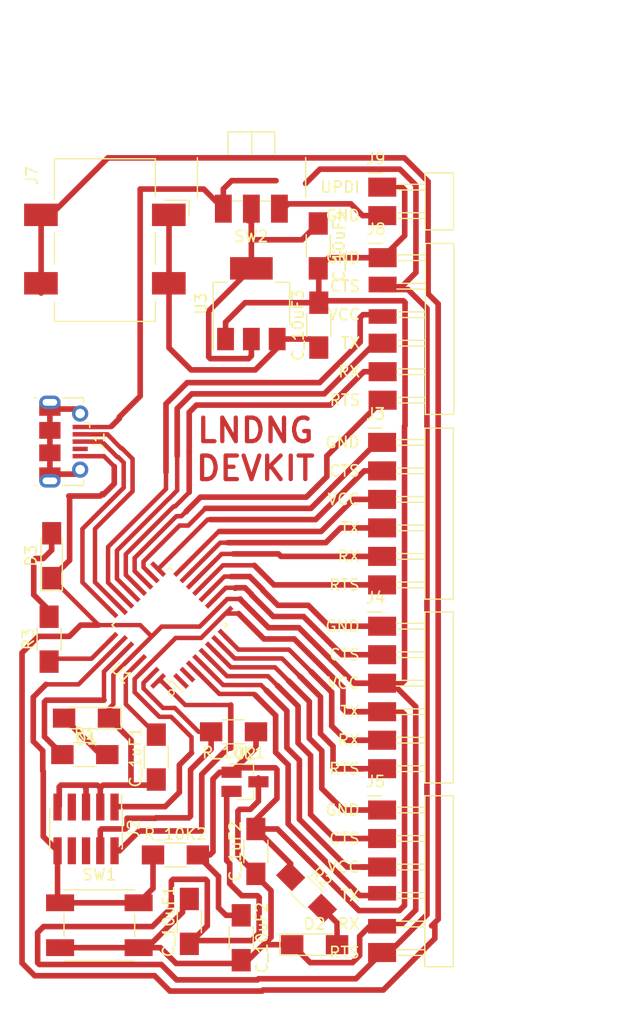
<source format=kicad_pcb>
(kicad_pcb (version 20171130) (host pcbnew "(5.1.12-1-10_14)")

  (general
    (thickness 1.6)
    (drawings 1)
    (tracks 563)
    (zones 0)
    (modules 27)
    (nets 43)
  )

  (page A4)
  (layers
    (0 F.Cu signal)
    (31 B.Cu signal)
    (32 B.Adhes user)
    (33 F.Adhes user)
    (34 B.Paste user)
    (35 F.Paste user)
    (36 B.SilkS user)
    (37 F.SilkS user)
    (38 B.Mask user)
    (39 F.Mask user)
    (40 Dwgs.User user)
    (41 Cmts.User user)
    (42 Eco1.User user)
    (43 Eco2.User user)
    (44 Edge.Cuts user)
    (45 Margin user)
    (46 B.CrtYd user)
    (47 F.CrtYd user)
    (48 B.Fab user)
    (49 F.Fab user)
  )

  (setup
    (last_trace_width 0.5)
    (trace_clearance 0.5)
    (zone_clearance 0.508)
    (zone_45_only no)
    (trace_min 0.2)
    (via_size 0.8)
    (via_drill 0.4)
    (via_min_size 0.4)
    (via_min_drill 0.3)
    (uvia_size 0.3)
    (uvia_drill 0.1)
    (uvias_allowed no)
    (uvia_min_size 0.2)
    (uvia_min_drill 0.1)
    (edge_width 0.05)
    (segment_width 0.2)
    (pcb_text_width 0.3)
    (pcb_text_size 1.5 1.5)
    (mod_edge_width 0.12)
    (mod_text_size 1 1)
    (mod_text_width 0.15)
    (pad_size 1.2 0.4)
    (pad_drill 0)
    (pad_to_mask_clearance 0)
    (aux_axis_origin 0 0)
    (visible_elements FFFFFF7F)
    (pcbplotparams
      (layerselection 0x010fc_ffffffff)
      (usegerberextensions false)
      (usegerberattributes true)
      (usegerberadvancedattributes true)
      (creategerberjobfile true)
      (excludeedgelayer true)
      (linewidth 0.100000)
      (plotframeref false)
      (viasonmask false)
      (mode 1)
      (useauxorigin false)
      (hpglpennumber 1)
      (hpglpenspeed 20)
      (hpglpendiameter 15.000000)
      (psnegative false)
      (psa4output false)
      (plotreference true)
      (plotvalue true)
      (plotinvisibletext false)
      (padsonsilk false)
      (subtractmaskfromsilk false)
      (outputformat 1)
      (mirror false)
      (drillshape 1)
      (scaleselection 1)
      (outputdirectory ""))
  )

  (net 0 "")
  (net 1 GND)
  (net 2 +5V)
  (net 3 +3V3)
  (net 4 "Net-(C_1uF1-Pad2)")
  (net 5 /A02)
  (net 6 /A03)
  (net 7 /A04)
  (net 8 /A05)
  (net 9 /A06)
  (net 10 /A07)
  (net 11 "Net-(J1-Pad2)")
  (net 12 "Net-(J1-Pad3)")
  (net 13 /SWDIO)
  (net 14 /SWDCLK)
  (net 15 "Net-(J2-Pad6)")
  (net 16 "Net-(J2-Pad8)")
  (net 17 /RESET)
  (net 18 /D10)
  (net 19 /D11)
  (net 20 /D16)
  (net 21 /D17)
  (net 22 /D18)
  (net 23 /D19)
  (net 24 "Net-(U1-Pad1)")
  (net 25 "Net-(U1-Pad2)")
  (net 26 "Net-(D1-Pad2)")
  (net 27 "Net-(J2-Pad7)")
  (net 28 /D08)
  (net 29 /D09)
  (net 30 "Net-(R1-Pad1)")
  (net 31 /D23)
  (net 32 /D22)
  (net 33 "Net-(D2-Pad2)")
  (net 34 /O15)
  (net 35 /O14)
  (net 36 "Net-(D3-Pad2)")
  (net 37 "Net-(R3-Pad1)")
  (net 38 "Net-(J1-Pad4)")
  (net 39 "Net-(J1-Pad6)")
  (net 40 /V+)
  (net 41 /VO)
  (net 42 "Net-(J9-Pad2)")

  (net_class Default "This is the default net class."
    (clearance 0.5)
    (trace_width 0.5)
    (via_dia 0.8)
    (via_drill 0.4)
    (uvia_dia 0.3)
    (uvia_drill 0.1)
    (add_net +3V3)
    (add_net +5V)
    (add_net /A02)
    (add_net /A03)
    (add_net /A04)
    (add_net /A05)
    (add_net /A06)
    (add_net /A07)
    (add_net /D08)
    (add_net /D09)
    (add_net /D10)
    (add_net /D11)
    (add_net /D16)
    (add_net /D17)
    (add_net /D18)
    (add_net /D19)
    (add_net /D22)
    (add_net /D23)
    (add_net /O14)
    (add_net /O15)
    (add_net /RESET)
    (add_net /SWDCLK)
    (add_net /SWDIO)
    (add_net /V+)
    (add_net /VO)
    (add_net GND)
    (add_net "Net-(C_1uF1-Pad2)")
    (add_net "Net-(D1-Pad2)")
    (add_net "Net-(D2-Pad2)")
    (add_net "Net-(D3-Pad2)")
    (add_net "Net-(J1-Pad2)")
    (add_net "Net-(J1-Pad3)")
    (add_net "Net-(J1-Pad4)")
    (add_net "Net-(J1-Pad6)")
    (add_net "Net-(J2-Pad6)")
    (add_net "Net-(J2-Pad7)")
    (add_net "Net-(J2-Pad8)")
    (add_net "Net-(J9-Pad2)")
    (add_net "Net-(R1-Pad1)")
    (add_net "Net-(R3-Pad1)")
    (add_net "Net-(U1-Pad1)")
    (add_net "Net-(U1-Pad2)")
  )

  (module fab:Switch_SPDT_C&K_JS102011JCQN_9x3.6mm_P2.5mm (layer F.Cu) (tedit 5EC66980) (tstamp 61AE12D5)
    (at 90.67 50.038 180)
    (descr http://www.ckswitches.com/media/1422/js.pdf)
    (tags "switch spdt")
    (path /61E4B574)
    (attr smd)
    (fp_text reference SW2 (at 0.01 -5.22) (layer F.SilkS)
      (effects (font (size 1 1) (thickness 0.15)))
    )
    (fp_text value SWITCH_JS102011JCQN (at 0 -2.9) (layer F.Fab)
      (effects (font (size 1 1) (thickness 0.15)))
    )
    (fp_line (start 0.8 -2.07) (end 1.69 -2.07) (layer F.SilkS) (width 0.12))
    (fp_line (start -1.7 -2.08) (end -0.81 -2.08) (layer F.SilkS) (width 0.12))
    (fp_line (start -0.03 2.06) (end -0.03 4.09) (layer F.SilkS) (width 0.12))
    (fp_line (start 2.09 4.1) (end 2.09 2.09) (layer F.SilkS) (width 0.12))
    (fp_line (start -2.08 4.1) (end 2.09 4.1) (layer F.SilkS) (width 0.12))
    (fp_line (start -2.08 2.12) (end -2.08 4.1) (layer F.SilkS) (width 0.12))
    (fp_line (start 4.81 -1.83) (end 4.81 1.8) (layer F.SilkS) (width 0.12))
    (fp_line (start -4.84 -1.8) (end -4.84 1.81) (layer F.SilkS) (width 0.12))
    (fp_line (start 4.84 -2.1) (end 3.5 -2.1) (layer F.CrtYd) (width 0.05))
    (fp_line (start 4.84 2.11) (end 4.84 -2.1) (layer F.CrtYd) (width 0.05))
    (fp_line (start 2.08 2.11) (end 4.84 2.11) (layer F.CrtYd) (width 0.05))
    (fp_line (start 2.08 4.13) (end 2.08 2.11) (layer F.CrtYd) (width 0.05))
    (fp_line (start -2.07 4.13) (end 2.08 4.13) (layer F.CrtYd) (width 0.05))
    (fp_line (start -2.07 2.11) (end -2.07 4.13) (layer F.CrtYd) (width 0.05))
    (fp_line (start -4.81 2.11) (end -2.07 2.11) (layer F.CrtYd) (width 0.05))
    (fp_line (start -4.81 -2.08) (end -4.81 2.11) (layer F.CrtYd) (width 0.05))
    (fp_line (start -3.5 -2.08) (end -4.81 -2.08) (layer F.CrtYd) (width 0.05))
    (fp_line (start 1.75 3.8) (end 1.75 1.8) (layer F.Fab) (width 0.1))
    (fp_line (start -0.25 3.8) (end -0.25 1.8) (layer F.Fab) (width 0.1))
    (fp_line (start -1.75 3.8) (end -1.75 1.8) (layer F.Fab) (width 0.1))
    (fp_line (start 3.5 -4.29) (end -3.5 -4.29) (layer F.CrtYd) (width 0.05))
    (fp_line (start -4.5 -1.8) (end -4.5 1.8) (layer F.Fab) (width 0.1))
    (fp_line (start 4.5 1.8) (end -4.5 1.8) (layer F.Fab) (width 0.1))
    (fp_line (start 4.5 -1.8) (end 4.5 1.8) (layer F.Fab) (width 0.1))
    (fp_line (start -4.5 -1.8) (end 4.5 -1.8) (layer F.Fab) (width 0.1))
    (fp_line (start -1.75 3.8) (end -0.25 3.8) (layer F.Fab) (width 0.1))
    (fp_line (start 3.5 -4.29) (end 3.5 -2.1) (layer F.CrtYd) (width 0.05))
    (fp_line (start -3.5 -2.08) (end -3.5 -4.29) (layer F.CrtYd) (width 0.05))
    (fp_text user %R (at 0 0) (layer F.Fab)
      (effects (font (size 1 1) (thickness 0.15)))
    )
    (pad 1 smd rect (at -2.5 -2.75 180) (size 1.5 2.5) (layers F.Cu F.Paste F.Mask)
      (net 42 "Net-(J9-Pad2)"))
    (pad 2 smd rect (at 0 -2.75 180) (size 1.5 2.5) (layers F.Cu F.Paste F.Mask)
      (net 41 /VO))
    (pad 3 smd rect (at 2.5 -2.75 180) (size 1.5 2.5) (layers F.Cu F.Paste F.Mask)
      (net 2 +5V))
    (pad "" np_thru_hole circle (at -3.4 0 180) (size 0.9 0.9) (drill 0.9) (layers *.Cu *.Mask))
    (pad "" np_thru_hole circle (at 3.4 0 180) (size 0.9 0.9) (drill 0.9) (layers *.Cu *.Mask))
    (model ${KISYS3DMOD}/Buttons_Switches_SMD.3dshapes/SW_SPDT_CK-JS102011SAQN.wrl
      (at (xyz 0 0 0))
      (scale (xyz 1 1 1))
      (rotate (xyz 0 0 0))
    )
  )

  (module fab:CUIDevices_PJ-002AH-SMT-TR_PWRJack_2x5.5mm (layer F.Cu) (tedit 60843A98) (tstamp 619FE224)
    (at 77.612 56.34 270)
    (descr "Power Barrel Connector Jack 2.00mm ID (0.079\"), 5.50mm OD (0.217\") Surface Mount")
    (tags "power barrel connector jack surface mount smd smt")
    (path /61ED4F15)
    (attr smd)
    (fp_text reference J7 (at -6.5 6.5 270) (layer F.SilkS)
      (effects (font (size 1 1) (thickness 0.15)))
    )
    (fp_text value Conn_PWRJack_2x5.5mm_CUIDevices_PJ-002AH-SMT-TR (at -0.5 8.5 270) (layer F.Fab)
      (effects (font (size 1 1) (thickness 0.15)))
    )
    (fp_line (start 6.5 4.5) (end 4.8 4.5) (layer F.SilkS) (width 0.12))
    (fp_line (start 6.5 -4.5) (end 6.5 4.5) (layer F.SilkS) (width 0.12))
    (fp_line (start 4.7 -4.5) (end 6.5 -4.5) (layer F.SilkS) (width 0.12))
    (fp_line (start -1.4 4.5) (end 1.4 4.5) (layer F.SilkS) (width 0.12))
    (fp_line (start -1.4 -4.5) (end 1.4 -4.5) (layer F.SilkS) (width 0.12))
    (fp_line (start -3 -3.5) (end -2 -4.5) (layer F.Fab) (width 0.1))
    (fp_line (start -4 -4.5) (end -3 -3.5) (layer F.Fab) (width 0.1))
    (fp_line (start -8 -4.5) (end -4 -4.5) (layer F.Fab) (width 0.1))
    (fp_line (start -8.5 7.8) (end -8.5 -7.8) (layer F.CrtYd) (width 0.05))
    (fp_line (start -8.5 -7.8) (end 7.2 -7.8) (layer F.CrtYd) (width 0.05))
    (fp_line (start 7.2 7.8) (end 7.2 -7.8) (layer F.CrtYd) (width 0.05))
    (fp_line (start -8.5 7.8) (end 7.2 7.8) (layer F.CrtYd) (width 0.05))
    (fp_line (start -8 4.5) (end -8 -4.5) (layer F.SilkS) (width 0.12))
    (fp_line (start -8 4.5) (end -4.39 4.5) (layer F.SilkS) (width 0.12))
    (fp_line (start -8 -4.5) (end -4.6 -4.5) (layer F.SilkS) (width 0.12))
    (fp_line (start -8 4.5) (end 6.7 4.5) (layer F.Fab) (width 0.1))
    (fp_line (start 6.7 4.5) (end 6.7 -4.5) (layer F.Fab) (width 0.1))
    (fp_line (start -2 -4.5) (end 6.7 -4.5) (layer F.Fab) (width 0.1))
    (fp_line (start -8 4.5) (end -8 -4.5) (layer F.Fab) (width 0.1))
    (fp_line (start -2.96 -7.5) (end -4.3 -7.5) (layer F.SilkS) (width 0.12))
    (fp_line (start -4.3 -7.5) (end -4.3 -5.36) (layer F.SilkS) (width 0.12))
    (fp_text user %R (at -0.5 0.5 270) (layer F.Fab)
      (effects (font (size 1 1) (thickness 0.15)))
    )
    (pad "" np_thru_hole circle (at -3 0) (size 2 2) (drill 2) (layers *.Cu *.Mask))
    (pad "" np_thru_hole circle (at 1.5 0) (size 2 2) (drill 2) (layers *.Cu *.Mask))
    (pad 1 smd rect (at -3 -5.7) (size 3 2) (layers F.Cu F.Paste F.Mask)
      (net 40 /V+))
    (pad 1 smd rect (at 3.1 -5.7) (size 3 2) (layers F.Cu F.Paste F.Mask)
      (net 40 /V+))
    (pad 2 smd rect (at 3.1 5.7) (size 3 2) (layers F.Cu F.Paste F.Mask)
      (net 1 GND))
    (pad 3 smd rect (at -3 5.7) (size 3 2) (layers F.Cu F.Paste F.Mask)
      (net 1 GND))
    (model ${KISYS3DMOD}/Connector_BarrelJack.3dshapes/BarrelJack_CLIFF_FC681465S_SMT_Horizontal.wrl
      (at (xyz 0 0 0))
      (scale (xyz 1 1 1))
      (rotate (xyz 0 0 0))
    )
  )

  (module Connector_USB:USB_Micro-B_Molex-105017-0001 (layer F.Cu) (tedit 5A1DC0BE) (tstamp 619FF413)
    (at 73.9475 73.55 270)
    (descr http://www.molex.com/pdm_docs/sd/1050170001_sd.pdf)
    (tags "Micro-USB SMD Typ-B")
    (path /61DE059B)
    (attr smd)
    (fp_text reference J1 (at 0 -3.1125 90) (layer F.SilkS)
      (effects (font (size 1 1) (thickness 0.15)))
    )
    (fp_text value USB_B_Micro (at 0.3 4.3375 90) (layer F.Fab)
      (effects (font (size 1 1) (thickness 0.15)))
    )
    (fp_line (start -1.1 -2.1225) (end -1.1 -1.9125) (layer F.Fab) (width 0.1))
    (fp_line (start -1.5 -2.1225) (end -1.5 -1.9125) (layer F.Fab) (width 0.1))
    (fp_line (start -1.5 -2.1225) (end -1.1 -2.1225) (layer F.Fab) (width 0.1))
    (fp_line (start -1.1 -1.9125) (end -1.3 -1.7125) (layer F.Fab) (width 0.1))
    (fp_line (start -1.3 -1.7125) (end -1.5 -1.9125) (layer F.Fab) (width 0.1))
    (fp_line (start -1.7 -2.3125) (end -1.7 -1.8625) (layer F.SilkS) (width 0.12))
    (fp_line (start -1.7 -2.3125) (end -1.25 -2.3125) (layer F.SilkS) (width 0.12))
    (fp_line (start 3.9 -1.7625) (end 3.45 -1.7625) (layer F.SilkS) (width 0.12))
    (fp_line (start 3.9 0.0875) (end 3.9 -1.7625) (layer F.SilkS) (width 0.12))
    (fp_line (start -3.9 2.6375) (end -3.9 2.3875) (layer F.SilkS) (width 0.12))
    (fp_line (start -3.75 3.3875) (end -3.75 -1.6125) (layer F.Fab) (width 0.1))
    (fp_line (start -3.75 -1.6125) (end 3.75 -1.6125) (layer F.Fab) (width 0.1))
    (fp_line (start -3.75 3.389204) (end 3.75 3.389204) (layer F.Fab) (width 0.1))
    (fp_line (start -3 2.689204) (end 3 2.689204) (layer F.Fab) (width 0.1))
    (fp_line (start 3.75 3.3875) (end 3.75 -1.6125) (layer F.Fab) (width 0.1))
    (fp_line (start 3.9 2.6375) (end 3.9 2.3875) (layer F.SilkS) (width 0.12))
    (fp_line (start -3.9 0.0875) (end -3.9 -1.7625) (layer F.SilkS) (width 0.12))
    (fp_line (start -3.9 -1.7625) (end -3.45 -1.7625) (layer F.SilkS) (width 0.12))
    (fp_line (start -4.4 3.64) (end -4.4 -2.46) (layer F.CrtYd) (width 0.05))
    (fp_line (start -4.4 -2.46) (end 4.4 -2.46) (layer F.CrtYd) (width 0.05))
    (fp_line (start 4.4 -2.46) (end 4.4 3.64) (layer F.CrtYd) (width 0.05))
    (fp_line (start -4.4 3.64) (end 4.4 3.64) (layer F.CrtYd) (width 0.05))
    (fp_text user "PCB Edge" (at 0 2.6875 90) (layer Dwgs.User)
      (effects (font (size 0.5 0.5) (thickness 0.08)))
    )
    (fp_text user %R (at 0 0.8875 90) (layer F.Fab)
      (effects (font (size 1 1) (thickness 0.15)))
    )
    (pad 6 smd rect (at 1 1.2375 270) (size 1.5 1.9) (layers F.Cu F.Paste F.Mask)
      (net 39 "Net-(J1-Pad6)"))
    (pad 6 thru_hole circle (at -2.5 -1.4625 270) (size 1.45 1.45) (drill 0.85) (layers *.Cu *.Mask)
      (net 39 "Net-(J1-Pad6)"))
    (pad 2 smd rect (at -0.65 -1.4625 270) (size 0.4 1.35) (layers F.Cu F.Paste F.Mask)
      (net 11 "Net-(J1-Pad2)"))
    (pad 1 smd rect (at -1.3 -1.4625 270) (size 0.4 1.35) (layers F.Cu F.Paste F.Mask)
      (net 2 +5V))
    (pad 5 smd rect (at 1.3 -1.4625 270) (size 0.4 1.35) (layers F.Cu F.Paste F.Mask)
      (net 1 GND))
    (pad 4 smd rect (at 0.65 -1.4625 270) (size 0.4 1.35) (layers F.Cu F.Paste F.Mask)
      (net 38 "Net-(J1-Pad4)"))
    (pad 3 smd rect (at 0 -1.4625 270) (size 0.4 1.35) (layers F.Cu F.Paste F.Mask)
      (net 12 "Net-(J1-Pad3)"))
    (pad 6 thru_hole circle (at 2.5 -1.4625 270) (size 1.45 1.45) (drill 0.85) (layers *.Cu *.Mask)
      (net 39 "Net-(J1-Pad6)"))
    (pad 6 smd rect (at -1 1.2375 270) (size 1.5 1.9) (layers F.Cu F.Paste F.Mask)
      (net 39 "Net-(J1-Pad6)"))
    (pad 6 thru_hole oval (at -3.5 1.2375 90) (size 1.2 1.9) (drill oval 0.6 1.3) (layers *.Cu *.Mask)
      (net 39 "Net-(J1-Pad6)"))
    (pad 6 thru_hole oval (at 3.5 1.2375 270) (size 1.2 1.9) (drill oval 0.6 1.3) (layers *.Cu *.Mask)
      (net 39 "Net-(J1-Pad6)"))
    (pad 6 smd rect (at 2.9 1.2375 270) (size 1.2 1.9) (layers F.Cu F.Mask)
      (net 39 "Net-(J1-Pad6)"))
    (pad 6 smd rect (at -2.9 1.2375 270) (size 1.2 1.9) (layers F.Cu F.Mask)
      (net 39 "Net-(J1-Pad6)"))
    (model ${KISYS3DMOD}/Connector_USB.3dshapes/USB_Micro-B_Molex-105017-0001.wrl
      (at (xyz 0 0 0))
      (scale (xyz 1 1 1))
      (rotate (xyz 0 0 0))
    )
  )

  (module fab:TQFP-32_7x7mm_P0.8mm (layer F.Cu) (tedit 619FE1E5) (tstamp 61894018)
    (at 83.38 89.9 135)
    (descr "32-Lead Plastic Thin Quad Flatpack (PT) - 7x7x1.0 mm Body, 2.00 mm [TQFP] (see Microchip Packaging Specification 00000049BS.pdf)")
    (tags "QFP 0.8")
    (path /61708E4F)
    (attr smd)
    (fp_text reference U1 (at 0 -6.05 315) (layer F.SilkS)
      (effects (font (size 1 1) (thickness 0.15)))
    )
    (fp_text value Microcontroller_ATSAMD21E17A-AUT (at 0 6.05 315) (layer F.Fab)
      (effects (font (size 1 1) (thickness 0.15)))
    )
    (fp_line (start -3.625 -3.4) (end -5.05 -3.4) (layer F.SilkS) (width 0.15))
    (fp_line (start 3.625 -3.625) (end 3.3 -3.625) (layer F.SilkS) (width 0.15))
    (fp_line (start 3.625 3.625) (end 3.3 3.625) (layer F.SilkS) (width 0.15))
    (fp_line (start -3.625 3.625) (end -3.3 3.625) (layer F.SilkS) (width 0.15))
    (fp_line (start -3.625 -3.625) (end -3.3 -3.625) (layer F.SilkS) (width 0.15))
    (fp_line (start -3.625 3.625) (end -3.625 3.3) (layer F.SilkS) (width 0.15))
    (fp_line (start 3.625 3.625) (end 3.625 3.3) (layer F.SilkS) (width 0.15))
    (fp_line (start 3.625 -3.625) (end 3.625 -3.3) (layer F.SilkS) (width 0.15))
    (fp_line (start -3.625 -3.625) (end -3.625 -3.4) (layer F.SilkS) (width 0.15))
    (fp_line (start -5.3 5.3) (end 5.3 5.3) (layer F.CrtYd) (width 0.05))
    (fp_line (start -5.3 -5.3) (end 5.3 -5.3) (layer F.CrtYd) (width 0.05))
    (fp_line (start 5.3 -5.3) (end 5.3 5.3) (layer F.CrtYd) (width 0.05))
    (fp_line (start -5.3 -5.3) (end -5.3 5.3) (layer F.CrtYd) (width 0.05))
    (fp_line (start -3.5 -2.5) (end -2.5 -3.5) (layer F.Fab) (width 0.15))
    (fp_line (start -3.5 3.5) (end -3.5 -2.5) (layer F.Fab) (width 0.15))
    (fp_line (start 3.5 3.5) (end -3.5 3.5) (layer F.Fab) (width 0.15))
    (fp_line (start 3.5 -3.5) (end 3.5 3.5) (layer F.Fab) (width 0.15))
    (fp_line (start -2.5 -3.5) (end 3.5 -3.5) (layer F.Fab) (width 0.15))
    (fp_circle (center -4.375 -4.15) (end -4.375 -3.9) (layer F.SilkS) (width 0.12))
    (fp_text user %R (at 0 0 315) (layer F.Fab)
      (effects (font (size 1 1) (thickness 0.15)))
    )
    (pad 32 smd rect (at -2.8 -4.25 225) (size 1.6 0.4) (layers F.Cu F.Paste F.Mask)
      (net 13 /SWDIO))
    (pad 31 smd rect (at -2 -4.25 225) (size 1.6 0.4) (layers F.Cu F.Paste F.Mask)
      (net 14 /SWDCLK))
    (pad 30 smd rect (at -1.2 -4.25 225) (size 1.6 0.4) (layers F.Cu F.Paste F.Mask)
      (net 3 +3V3))
    (pad 29 smd rect (at -0.4 -4.25 225) (size 1.6 0.4) (layers F.Cu F.Paste F.Mask)
      (net 4 "Net-(C_1uF1-Pad2)"))
    (pad 28 smd rect (at 0.4 -4.25 225) (size 1.6 0.4) (layers F.Cu F.Paste F.Mask)
      (net 1 GND))
    (pad 27 smd rect (at 1.2 -4.25 225) (size 1.6 0.4) (layers F.Cu F.Paste F.Mask)
      (net 30 "Net-(R1-Pad1)"))
    (pad 26 smd rect (at 2 -4.25 225) (size 1.6 0.4) (layers F.Cu F.Paste F.Mask)
      (net 17 /RESET))
    (pad 25 smd rect (at 2.8 -4.25 225) (size 1.2 0.4) (drill (offset 0.2 0)) (layers F.Cu F.Paste F.Mask)
      (net 37 "Net-(R3-Pad1)"))
    (pad 24 smd rect (at 4.25 -2.8 135) (size 1.2 0.4) (drill (offset 0.2 0)) (layers F.Cu F.Paste F.Mask)
      (net 12 "Net-(J1-Pad3)"))
    (pad 23 smd rect (at 4.25 -2 135) (size 1.6 0.4) (layers F.Cu F.Paste F.Mask)
      (net 11 "Net-(J1-Pad2)"))
    (pad 22 smd rect (at 4.25 -1.2 135) (size 1.6 0.4) (layers F.Cu F.Paste F.Mask)
      (net 31 /D23))
    (pad 21 smd rect (at 4.25 -0.4 135) (size 1.6 0.4) (layers F.Cu F.Paste F.Mask)
      (net 32 /D22))
    (pad 20 smd rect (at 4.25 0.4 135) (size 1.6 0.4) (layers F.Cu F.Paste F.Mask)
      (net 23 /D19))
    (pad 19 smd rect (at 4.25 1.2 135) (size 1.6 0.4) (layers F.Cu F.Paste F.Mask)
      (net 22 /D18))
    (pad 18 smd rect (at 4.25 2 135) (size 1.6 0.4) (layers F.Cu F.Paste F.Mask)
      (net 21 /D17))
    (pad 17 smd rect (at 4.25 2.8 135) (size 1.6 0.4) (layers F.Cu F.Paste F.Mask)
      (net 20 /D16))
    (pad 16 smd rect (at 2.8 4.25 225) (size 1.6 0.4) (layers F.Cu F.Paste F.Mask)
      (net 34 /O15))
    (pad 15 smd rect (at 2 4.25 225) (size 1.6 0.4) (layers F.Cu F.Paste F.Mask)
      (net 35 /O14))
    (pad 14 smd rect (at 1.2 4.25 225) (size 1.6 0.4) (layers F.Cu F.Paste F.Mask)
      (net 19 /D11))
    (pad 13 smd rect (at 0.4 4.25 225) (size 1.6 0.4) (layers F.Cu F.Paste F.Mask)
      (net 18 /D10))
    (pad 12 smd rect (at -0.4 4.25 225) (size 1.6 0.4) (layers F.Cu F.Paste F.Mask)
      (net 29 /D09))
    (pad 11 smd rect (at -1.2 4.25 225) (size 1.6 0.4) (layers F.Cu F.Paste F.Mask)
      (net 28 /D08))
    (pad 10 smd rect (at -2 4.25 225) (size 1.6 0.4) (layers F.Cu F.Paste F.Mask)
      (net 1 GND))
    (pad 9 smd rect (at -2.8 4.25 225) (size 1.6 0.4) (layers F.Cu F.Paste F.Mask)
      (net 3 +3V3))
    (pad 8 smd rect (at -4.25 2.8 135) (size 1.6 0.4) (layers F.Cu F.Paste F.Mask)
      (net 10 /A07))
    (pad 7 smd rect (at -4.25 2 135) (size 1.6 0.4) (layers F.Cu F.Paste F.Mask)
      (net 9 /A06))
    (pad 6 smd rect (at -4.25 1.2 135) (size 1.6 0.4) (layers F.Cu F.Paste F.Mask)
      (net 8 /A05))
    (pad 5 smd rect (at -4.25 0.4 135) (size 1.6 0.4) (layers F.Cu F.Paste F.Mask)
      (net 7 /A04))
    (pad 4 smd rect (at -4.25 -0.4 135) (size 1.6 0.4) (layers F.Cu F.Paste F.Mask)
      (net 6 /A03))
    (pad 3 smd rect (at -4.25 -1.2 135) (size 1.6 0.4) (layers F.Cu F.Paste F.Mask)
      (net 5 /A02))
    (pad 2 smd rect (at -4.25 -2 135) (size 1.6 0.4) (layers F.Cu F.Paste F.Mask)
      (net 25 "Net-(U1-Pad2)"))
    (pad 1 smd rect (at -4.25 -2.8 135) (size 1.6 0.4) (layers F.Cu F.Paste F.Mask)
      (net 24 "Net-(U1-Pad1)"))
    (model ${KISYS3DMOD}/Package_QFP.3dshapes/TQFP-32_7x7mm_P0.8mm.wrl
      (at (xyz 0 0 0))
      (scale (xyz 1 1 1))
      (rotate (xyz 0 0 0))
    )
  )

  (module fab:PinHeader_FTDI_01x06_P2.54mm_Horizontal_SMD (layer F.Cu) (tedit 619202FA) (tstamp 61927395)
    (at 102.3239 106.3879)
    (descr https://s3.amazonaws.com/catalogspreads-pdf/PAGE112-113%20.100%20MALE%20HDR.pdf)
    (tags "horizontal pin header SMD 2.54mm")
    (path /618B449D)
    (attr smd)
    (fp_text reference J5 (at -1.524 -2.54 180) (layer F.SilkS)
      (effects (font (size 1 1) (thickness 0.15)) (justify left))
    )
    (fp_text value Conn_PinHeader_FTDI_1x06_P2.54mm_Horizontal_SMD (at 2.286 15.621) (layer F.Fab)
      (effects (font (size 1 1) (thickness 0.15)))
    )
    (fp_line (start 6.4 -1.8) (end -1.8 -1.8) (layer F.CrtYd) (width 0.05))
    (fp_line (start 6.4 14.5) (end 6.4 -1.8) (layer F.CrtYd) (width 0.05))
    (fp_line (start -1.8 14.5) (end 6.4 14.5) (layer F.CrtYd) (width 0.05))
    (fp_line (start -1.8 -1.8) (end -1.8 14.5) (layer F.CrtYd) (width 0.05))
    (fp_line (start -1.27 -1.27) (end 0 -1.27) (layer F.SilkS) (width 0.12))
    (fp_line (start 3.8 13.97) (end 3.8 -1.27) (layer F.Fab) (width 0.1))
    (fp_line (start 3.8 -1.27) (end 6.34 -1.27) (layer F.Fab) (width 0.1))
    (fp_line (start 3.8 13.97) (end 6.35 13.97) (layer F.Fab) (width 0.1))
    (fp_line (start 6.34 -1.27) (end 6.35 13.97) (layer F.Fab) (width 0.1))
    (fp_line (start 3.81 0) (end -0.635 0) (layer F.Fab) (width 0.1))
    (fp_line (start 3.81 2.54) (end -0.635 2.54) (layer F.Fab) (width 0.1))
    (fp_line (start 3.81 5.08) (end -0.635 5.08) (layer F.Fab) (width 0.1))
    (fp_line (start 3.81 7.62) (end -0.635 7.62) (layer F.Fab) (width 0.1))
    (fp_line (start 3.81 10.16) (end -0.635 10.16) (layer F.Fab) (width 0.1))
    (fp_line (start 3.81 12.7) (end -0.635 12.7) (layer F.Fab) (width 0.1))
    (fp_line (start 3.81 -1.27) (end 6.35 -1.27) (layer F.SilkS) (width 0.12))
    (fp_line (start 6.35 -1.27) (end 6.35 13.97) (layer F.SilkS) (width 0.12))
    (fp_line (start 6.35 13.97) (end 3.81 13.97) (layer F.SilkS) (width 0.12))
    (fp_line (start 3.81 13.97) (end 3.81 -1.27) (layer F.SilkS) (width 0.12))
    (fp_line (start 3.81 -0.254) (end 1.27 -0.254) (layer F.SilkS) (width 0.12))
    (fp_line (start 3.81 0.254) (end 1.27 0.254) (layer F.SilkS) (width 0.12))
    (fp_line (start 3.81 2.286) (end 1.27 2.286) (layer F.SilkS) (width 0.12))
    (fp_line (start 3.81 2.794) (end 1.27 2.794) (layer F.SilkS) (width 0.12))
    (fp_line (start 3.81 4.826) (end 1.27 4.826) (layer F.SilkS) (width 0.12))
    (fp_line (start 3.81 5.334) (end 1.27 5.334) (layer F.SilkS) (width 0.12))
    (fp_line (start 3.81 7.366) (end 1.27 7.366) (layer F.SilkS) (width 0.12))
    (fp_line (start 3.81 7.874) (end 1.27 7.874) (layer F.SilkS) (width 0.12))
    (fp_line (start 3.81 9.906) (end 1.27 9.906) (layer F.SilkS) (width 0.12))
    (fp_line (start 3.81 10.414) (end 1.27 10.414) (layer F.SilkS) (width 0.12))
    (fp_line (start 3.81 12.446) (end 1.27 12.446) (layer F.SilkS) (width 0.12))
    (fp_line (start 3.81 12.954) (end 1.27 12.954) (layer F.SilkS) (width 0.12))
    (fp_line (start -0.635 -0.254) (end -0.635 0.254) (layer F.Fab) (width 0.1))
    (fp_line (start -0.635 2.286) (end -0.635 2.794) (layer F.Fab) (width 0.1))
    (fp_line (start -0.635 4.826) (end -0.635 5.334) (layer F.Fab) (width 0.1))
    (fp_line (start -0.635 7.366) (end -0.635 7.874) (layer F.Fab) (width 0.1))
    (fp_line (start -0.635 9.906) (end -0.635 10.414) (layer F.Fab) (width 0.1))
    (fp_line (start -0.635 12.446) (end -0.635 12.954) (layer F.Fab) (width 0.1))
    (fp_text user %R (at 2.6 6.1 90) (layer F.Fab)
      (effects (font (size 1 1) (thickness 0.15)))
    )
    (fp_text user GND (at -1.905 0) (layer F.SilkS)
      (effects (font (size 1 1) (thickness 0.15)) (justify right))
    )
    (fp_text user CTS (at -1.905 2.54) (layer F.SilkS)
      (effects (font (size 1 1) (thickness 0.15)) (justify right))
    )
    (fp_text user VCC (at -1.905 5.08) (layer F.SilkS)
      (effects (font (size 1 1) (thickness 0.15)) (justify right))
    )
    (fp_text user TX (at -1.905 7.62) (layer F.SilkS)
      (effects (font (size 1 1) (thickness 0.15)) (justify right))
    )
    (fp_text user RX (at -1.905 10.16) (layer F.SilkS)
      (effects (font (size 1 1) (thickness 0.15)) (justify right))
    )
    (fp_text user RTS (at -1.905 12.7) (layer F.SilkS)
      (effects (font (size 1 1) (thickness 0.15)) (justify right))
    )
    (pad 1 smd rect (at 0 0) (size 2.5 1.7) (layers F.Cu F.Paste F.Mask)
      (net 8 /A05))
    (pad 2 smd rect (at 0 2.54) (size 2.5 1.7) (layers F.Cu F.Paste F.Mask)
      (net 7 /A04))
    (pad 3 smd rect (at 0 5.08) (size 2.5 1.7) (layers F.Cu F.Paste F.Mask)
      (net 6 /A03))
    (pad 4 smd rect (at 0 7.62) (size 2.5 1.3) (drill (offset 0 -0.2)) (layers F.Cu F.Paste F.Mask)
      (net 5 /A02))
    (pad 5 smd rect (at 0 10.16) (size 2.5 1.3) (drill (offset 0 0.2)) (layers F.Cu F.Paste F.Mask)
      (net 1 GND))
    (pad 6 smd rect (at 0 12.7) (size 2.5 1.7) (layers F.Cu F.Paste F.Mask)
      (net 2 +5V))
    (model ${FAB}/fab.3dshapes/Header_SMD_01x06_P2.54mm_Horizontal_Male.step
      (at (xyz 0 0 0))
      (scale (xyz 1 1 1))
      (rotate (xyz 0 0 0))
    )
  )

  (module fab:C_1206 (layer F.Cu) (tedit 6002C54C) (tstamp 61897188)
    (at 85.1408 116.3132 90)
    (descr "Capacitor SMD 1206, hand soldering")
    (tags "capacitor 1206")
    (path /61730C13)
    (attr smd)
    (fp_text reference C_10uF1 (at 0 -1.85 90) (layer F.SilkS)
      (effects (font (size 1 1) (thickness 0.15)))
    )
    (fp_text value C (at 0 1.9 90) (layer F.Fab)
      (effects (font (size 1 1) (thickness 0.15)))
    )
    (fp_line (start 3.25 1.1) (end -3.25 1.1) (layer F.CrtYd) (width 0.05))
    (fp_line (start 3.25 1.1) (end 3.25 -1.11) (layer F.CrtYd) (width 0.05))
    (fp_line (start -3.25 -1.11) (end -3.25 1.1) (layer F.CrtYd) (width 0.05))
    (fp_line (start -3.25 -1.11) (end 3.25 -1.11) (layer F.CrtYd) (width 0.05))
    (fp_line (start -1 -1.07) (end 1 -1.07) (layer F.SilkS) (width 0.12))
    (fp_line (start 1 1.07) (end -1 1.07) (layer F.SilkS) (width 0.12))
    (fp_line (start -1.6 -0.8) (end 1.6 -0.8) (layer F.Fab) (width 0.1))
    (fp_line (start 1.6 -0.8) (end 1.6 0.8) (layer F.Fab) (width 0.1))
    (fp_line (start 1.6 0.8) (end -1.6 0.8) (layer F.Fab) (width 0.1))
    (fp_line (start -1.6 0.8) (end -1.6 -0.8) (layer F.Fab) (width 0.1))
    (fp_text user %R (at 0 0 90) (layer F.Fab)
      (effects (font (size 0.7 0.7) (thickness 0.105)))
    )
    (pad 1 smd rect (at -2 0 90) (size 2 1.7) (layers F.Cu F.Paste F.Mask)
      (net 2 +5V))
    (pad 2 smd rect (at 2 0 90) (size 2 1.7) (layers F.Cu F.Paste F.Mask)
      (net 1 GND))
    (model ${FAB}/fab.3dshapes/C_1206.step
      (at (xyz 0 0 0))
      (scale (xyz 1 1 1))
      (rotate (xyz 0 0 0))
    )
  )

  (module fab:C_1206 (layer F.Cu) (tedit 6002C54C) (tstamp 61926EB1)
    (at 89.7636 117.7732 270)
    (descr "Capacitor SMD 1206, hand soldering")
    (tags "capacitor 1206")
    (path /617197CF)
    (attr smd)
    (fp_text reference C_10uF2 (at 0 -1.85 90) (layer F.SilkS)
      (effects (font (size 1 1) (thickness 0.15)))
    )
    (fp_text value C (at 0 1.9 90) (layer F.Fab)
      (effects (font (size 1 1) (thickness 0.15)))
    )
    (fp_line (start -1.6 0.8) (end -1.6 -0.8) (layer F.Fab) (width 0.1))
    (fp_line (start 1.6 0.8) (end -1.6 0.8) (layer F.Fab) (width 0.1))
    (fp_line (start 1.6 -0.8) (end 1.6 0.8) (layer F.Fab) (width 0.1))
    (fp_line (start -1.6 -0.8) (end 1.6 -0.8) (layer F.Fab) (width 0.1))
    (fp_line (start 1 1.07) (end -1 1.07) (layer F.SilkS) (width 0.12))
    (fp_line (start -1 -1.07) (end 1 -1.07) (layer F.SilkS) (width 0.12))
    (fp_line (start -3.25 -1.11) (end 3.25 -1.11) (layer F.CrtYd) (width 0.05))
    (fp_line (start -3.25 -1.11) (end -3.25 1.1) (layer F.CrtYd) (width 0.05))
    (fp_line (start 3.25 1.1) (end 3.25 -1.11) (layer F.CrtYd) (width 0.05))
    (fp_line (start 3.25 1.1) (end -3.25 1.1) (layer F.CrtYd) (width 0.05))
    (fp_text user %R (at 0 0 90) (layer F.Fab)
      (effects (font (size 0.7 0.7) (thickness 0.105)))
    )
    (pad 2 smd rect (at 2 0 270) (size 2 1.7) (layers F.Cu F.Paste F.Mask)
      (net 1 GND))
    (pad 1 smd rect (at -2 0 270) (size 2 1.7) (layers F.Cu F.Paste F.Mask)
      (net 3 +3V3))
    (model ${FAB}/fab.3dshapes/C_1206.step
      (at (xyz 0 0 0))
      (scale (xyz 1 1 1))
      (rotate (xyz 0 0 0))
    )
  )

  (module fab:C_1206 (layer F.Cu) (tedit 6002C54C) (tstamp 61897092)
    (at 82.1944 101.6696 90)
    (descr "Capacitor SMD 1206, hand soldering")
    (tags "capacitor 1206")
    (path /61732CC4)
    (attr smd)
    (fp_text reference C_1uF1 (at 0 -1.85 90) (layer F.SilkS)
      (effects (font (size 1 1) (thickness 0.15)))
    )
    (fp_text value C (at 0 1.9 90) (layer F.Fab)
      (effects (font (size 1 1) (thickness 0.15)))
    )
    (fp_line (start -1.6 0.8) (end -1.6 -0.8) (layer F.Fab) (width 0.1))
    (fp_line (start 1.6 0.8) (end -1.6 0.8) (layer F.Fab) (width 0.1))
    (fp_line (start 1.6 -0.8) (end 1.6 0.8) (layer F.Fab) (width 0.1))
    (fp_line (start -1.6 -0.8) (end 1.6 -0.8) (layer F.Fab) (width 0.1))
    (fp_line (start 1 1.07) (end -1 1.07) (layer F.SilkS) (width 0.12))
    (fp_line (start -1 -1.07) (end 1 -1.07) (layer F.SilkS) (width 0.12))
    (fp_line (start -3.25 -1.11) (end 3.25 -1.11) (layer F.CrtYd) (width 0.05))
    (fp_line (start -3.25 -1.11) (end -3.25 1.1) (layer F.CrtYd) (width 0.05))
    (fp_line (start 3.25 1.1) (end 3.25 -1.11) (layer F.CrtYd) (width 0.05))
    (fp_line (start 3.25 1.1) (end -3.25 1.1) (layer F.CrtYd) (width 0.05))
    (fp_text user %R (at 0 0 90) (layer F.Fab)
      (effects (font (size 0.7 0.7) (thickness 0.105)))
    )
    (pad 2 smd rect (at 2 0 90) (size 2 1.7) (layers F.Cu F.Paste F.Mask)
      (net 4 "Net-(C_1uF1-Pad2)"))
    (pad 1 smd rect (at -2 0 90) (size 2 1.7) (layers F.Cu F.Paste F.Mask)
      (net 1 GND))
    (model ${FAB}/fab.3dshapes/C_1206.step
      (at (xyz 0 0 0))
      (scale (xyz 1 1 1))
      (rotate (xyz 0 0 0))
    )
  )

  (module fab:C_1206 (layer F.Cu) (tedit 6002C54C) (tstamp 61895E0B)
    (at 91.0717 110.077 90)
    (descr "Capacitor SMD 1206, hand soldering")
    (tags "capacitor 1206")
    (path /61735BE6)
    (attr smd)
    (fp_text reference C_1uF2 (at 0 -1.85 90) (layer F.SilkS)
      (effects (font (size 1 1) (thickness 0.15)))
    )
    (fp_text value C (at 0 1.9 90) (layer F.Fab)
      (effects (font (size 1 1) (thickness 0.15)))
    )
    (fp_line (start 3.25 1.1) (end -3.25 1.1) (layer F.CrtYd) (width 0.05))
    (fp_line (start 3.25 1.1) (end 3.25 -1.11) (layer F.CrtYd) (width 0.05))
    (fp_line (start -3.25 -1.11) (end -3.25 1.1) (layer F.CrtYd) (width 0.05))
    (fp_line (start -3.25 -1.11) (end 3.25 -1.11) (layer F.CrtYd) (width 0.05))
    (fp_line (start -1 -1.07) (end 1 -1.07) (layer F.SilkS) (width 0.12))
    (fp_line (start 1 1.07) (end -1 1.07) (layer F.SilkS) (width 0.12))
    (fp_line (start -1.6 -0.8) (end 1.6 -0.8) (layer F.Fab) (width 0.1))
    (fp_line (start 1.6 -0.8) (end 1.6 0.8) (layer F.Fab) (width 0.1))
    (fp_line (start 1.6 0.8) (end -1.6 0.8) (layer F.Fab) (width 0.1))
    (fp_line (start -1.6 0.8) (end -1.6 -0.8) (layer F.Fab) (width 0.1))
    (fp_text user %R (at 0 0 90) (layer F.Fab)
      (effects (font (size 0.7 0.7) (thickness 0.105)))
    )
    (pad 1 smd rect (at -2 0 90) (size 2 1.7) (layers F.Cu F.Paste F.Mask)
      (net 1 GND))
    (pad 2 smd rect (at 2 0 90) (size 2 1.7) (layers F.Cu F.Paste F.Mask)
      (net 3 +3V3))
    (model ${FAB}/fab.3dshapes/C_1206.step
      (at (xyz 0 0 0))
      (scale (xyz 1 1 1))
      (rotate (xyz 0 0 0))
    )
  )

  (module fab:LED_1206 (layer F.Cu) (tedit 595FC724) (tstamp 618947B2)
    (at 75.978 98.1964 180)
    (descr "LED SMD 1206, hand soldering")
    (tags "LED 1206")
    (path /618C5CCA)
    (attr smd)
    (fp_text reference D1 (at 0 -1.85) (layer F.SilkS)
      (effects (font (size 1 1) (thickness 0.15)))
    )
    (fp_text value LED (at 0 1.9) (layer F.Fab)
      (effects (font (size 1 1) (thickness 0.15)))
    )
    (fp_line (start 3.25 1.1) (end -3.25 1.1) (layer F.CrtYd) (width 0.05))
    (fp_line (start 3.25 1.1) (end 3.25 -1.11) (layer F.CrtYd) (width 0.05))
    (fp_line (start -3.25 -1.11) (end -3.25 1.1) (layer F.CrtYd) (width 0.05))
    (fp_line (start -3.25 -1.11) (end 3.25 -1.11) (layer F.CrtYd) (width 0.05))
    (fp_line (start -3.1 -0.95) (end 1.6 -0.95) (layer F.SilkS) (width 0.12))
    (fp_line (start -3.1 0.95) (end 1.6 0.95) (layer F.SilkS) (width 0.12))
    (fp_line (start -1.6 -0.8) (end 1.6 -0.8) (layer F.Fab) (width 0.1))
    (fp_line (start 1.6 -0.8) (end 1.6 0.8) (layer F.Fab) (width 0.1))
    (fp_line (start 1.6 0.8) (end -1.6 0.8) (layer F.Fab) (width 0.1))
    (fp_line (start -1.6 0.8) (end -1.6 -0.8) (layer F.Fab) (width 0.1))
    (fp_line (start -0.45 -0.4) (end -0.45 0.4) (layer F.Fab) (width 0.1))
    (fp_line (start 0.2 0.4) (end -0.4 0) (layer F.Fab) (width 0.1))
    (fp_line (start 0.2 -0.4) (end 0.2 0.4) (layer F.Fab) (width 0.1))
    (fp_line (start -0.4 0) (end 0.2 -0.4) (layer F.Fab) (width 0.1))
    (fp_line (start -3.1 -0.95) (end -3.1 0.95) (layer F.SilkS) (width 0.12))
    (pad 2 smd rect (at 2 0 180) (size 2 1.7) (layers F.Cu F.Paste F.Mask)
      (net 26 "Net-(D1-Pad2)"))
    (pad 1 smd rect (at -2 0 180) (size 2 1.7) (layers F.Cu F.Paste F.Mask)
      (net 1 GND))
    (model ${KISYS3DMOD}/LEDs.3dshapes/LED_1206.wrl
      (at (xyz 0 0 0))
      (scale (xyz 1 1 1))
      (rotate (xyz 0 0 180))
    )
  )

  (module fab:PinHeader_2x05_P1.27mm_Vertical_SMD (layer F.Cu) (tedit 60851B62) (tstamp 61895D14)
    (at 75.9333 108.0712 270)
    (descr "surface-mounted straight pin header, 2x05, 1.27mm pitch, double rows")
    (tags "Surface mounted pin header SMD 2x05 1.27mm double row")
    (path /617150F6)
    (attr smd)
    (fp_text reference J2 (at 0 -4.235 90) (layer F.SilkS)
      (effects (font (size 1 1) (thickness 0.15)))
    )
    (fp_text value Conn_PinHeader_2x05_P1.27mm_Vertical_SMD (at 0 4.235 90) (layer F.Fab)
      (effects (font (size 1 1) (thickness 0.15)))
    )
    (fp_line (start 1.705 3.175) (end -1.705 3.175) (layer F.Fab) (width 0.1))
    (fp_line (start -1.27 -3.175) (end 1.705 -3.175) (layer F.Fab) (width 0.1))
    (fp_line (start -1.705 3.175) (end -1.705 -2.74) (layer F.Fab) (width 0.1))
    (fp_line (start -1.705 -2.74) (end -1.27 -3.175) (layer F.Fab) (width 0.1))
    (fp_line (start 1.705 -3.175) (end 1.705 3.175) (layer F.Fab) (width 0.1))
    (fp_line (start -1.705 -2.74) (end -2.75 -2.74) (layer F.Fab) (width 0.1))
    (fp_line (start -2.75 -2.74) (end -2.75 -2.34) (layer F.Fab) (width 0.1))
    (fp_line (start -2.75 -2.34) (end -1.705 -2.34) (layer F.Fab) (width 0.1))
    (fp_line (start 1.705 -2.74) (end 2.75 -2.74) (layer F.Fab) (width 0.1))
    (fp_line (start 2.75 -2.74) (end 2.75 -2.34) (layer F.Fab) (width 0.1))
    (fp_line (start 2.75 -2.34) (end 1.705 -2.34) (layer F.Fab) (width 0.1))
    (fp_line (start -1.705 -1.47) (end -2.75 -1.47) (layer F.Fab) (width 0.1))
    (fp_line (start -2.75 -1.47) (end -2.75 -1.07) (layer F.Fab) (width 0.1))
    (fp_line (start -2.75 -1.07) (end -1.705 -1.07) (layer F.Fab) (width 0.1))
    (fp_line (start 1.705 -1.47) (end 2.75 -1.47) (layer F.Fab) (width 0.1))
    (fp_line (start 2.75 -1.47) (end 2.75 -1.07) (layer F.Fab) (width 0.1))
    (fp_line (start 2.75 -1.07) (end 1.705 -1.07) (layer F.Fab) (width 0.1))
    (fp_line (start -1.705 -0.2) (end -2.75 -0.2) (layer F.Fab) (width 0.1))
    (fp_line (start -2.75 -0.2) (end -2.75 0.2) (layer F.Fab) (width 0.1))
    (fp_line (start -2.75 0.2) (end -1.705 0.2) (layer F.Fab) (width 0.1))
    (fp_line (start 1.705 -0.2) (end 2.75 -0.2) (layer F.Fab) (width 0.1))
    (fp_line (start 2.75 -0.2) (end 2.75 0.2) (layer F.Fab) (width 0.1))
    (fp_line (start 2.75 0.2) (end 1.705 0.2) (layer F.Fab) (width 0.1))
    (fp_line (start -1.705 1.07) (end -2.75 1.07) (layer F.Fab) (width 0.1))
    (fp_line (start -2.75 1.07) (end -2.75 1.47) (layer F.Fab) (width 0.1))
    (fp_line (start -2.75 1.47) (end -1.705 1.47) (layer F.Fab) (width 0.1))
    (fp_line (start 1.705 1.07) (end 2.75 1.07) (layer F.Fab) (width 0.1))
    (fp_line (start 2.75 1.07) (end 2.75 1.47) (layer F.Fab) (width 0.1))
    (fp_line (start 2.75 1.47) (end 1.705 1.47) (layer F.Fab) (width 0.1))
    (fp_line (start -1.705 2.34) (end -2.75 2.34) (layer F.Fab) (width 0.1))
    (fp_line (start -2.75 2.34) (end -2.75 2.74) (layer F.Fab) (width 0.1))
    (fp_line (start -2.75 2.74) (end -1.705 2.74) (layer F.Fab) (width 0.1))
    (fp_line (start 1.705 2.34) (end 2.75 2.34) (layer F.Fab) (width 0.1))
    (fp_line (start 2.75 2.34) (end 2.75 2.74) (layer F.Fab) (width 0.1))
    (fp_line (start 2.75 2.74) (end 1.705 2.74) (layer F.Fab) (width 0.1))
    (fp_line (start -1.765 -3.235) (end 1.765 -3.235) (layer F.SilkS) (width 0.12))
    (fp_line (start -1.765 3.235) (end 1.765 3.235) (layer F.SilkS) (width 0.12))
    (fp_line (start -3.09 -3.17) (end -1.765 -3.17) (layer F.SilkS) (width 0.12))
    (fp_line (start -1.765 -3.235) (end -1.765 -3.17) (layer F.SilkS) (width 0.12))
    (fp_line (start 1.765 -3.235) (end 1.765 -3.17) (layer F.SilkS) (width 0.12))
    (fp_line (start -1.765 3.17) (end -1.765 3.235) (layer F.SilkS) (width 0.12))
    (fp_line (start 1.765 3.17) (end 1.765 3.235) (layer F.SilkS) (width 0.12))
    (fp_line (start -4.3 -3.7) (end -4.3 3.7) (layer F.CrtYd) (width 0.05))
    (fp_line (start -4.3 3.7) (end 4.3 3.7) (layer F.CrtYd) (width 0.05))
    (fp_line (start 4.3 3.7) (end 4.3 -3.7) (layer F.CrtYd) (width 0.05))
    (fp_line (start 4.3 -3.7) (end -4.3 -3.7) (layer F.CrtYd) (width 0.05))
    (fp_text user %R (at 0 0) (layer F.Fab)
      (effects (font (size 1 1) (thickness 0.15)))
    )
    (pad 1 smd rect (at -1.95 -2.54 270) (size 2.4 0.74) (layers F.Cu F.Paste F.Mask)
      (net 3 +3V3))
    (pad 2 smd rect (at 1.95 -2.54 270) (size 2.4 0.74) (layers F.Cu F.Paste F.Mask)
      (net 13 /SWDIO))
    (pad 3 smd rect (at -1.95 -1.27 270) (size 2.4 0.74) (layers F.Cu F.Paste F.Mask)
      (net 1 GND))
    (pad 4 smd rect (at 1.95 -1.27 270) (size 2.4 0.74) (layers F.Cu F.Paste F.Mask)
      (net 14 /SWDCLK))
    (pad 5 smd rect (at -1.95 0 270) (size 2.4 0.74) (layers F.Cu F.Paste F.Mask)
      (net 1 GND))
    (pad 6 smd rect (at 1.95 0 270) (size 2.4 0.74) (layers F.Cu F.Paste F.Mask)
      (net 15 "Net-(J2-Pad6)"))
    (pad 7 smd rect (at -1.95 1.27 270) (size 2.4 0.74) (layers F.Cu F.Paste F.Mask)
      (net 27 "Net-(J2-Pad7)"))
    (pad 8 smd rect (at 1.95 1.27 270) (size 2.4 0.74) (layers F.Cu F.Paste F.Mask)
      (net 16 "Net-(J2-Pad8)"))
    (pad 9 smd rect (at -1.95 2.54 270) (size 2.4 0.74) (layers F.Cu F.Paste F.Mask)
      (net 1 GND))
    (pad 10 smd rect (at 1.95 2.54 270) (size 2.4 0.74) (layers F.Cu F.Paste F.Mask)
      (net 17 /RESET))
    (model ${KISYS3DMOD}/Connector_PinHeader_1.27mm.3dshapes/PinHeader_2x05_P1.27mm_Vertical_SMD.wrl
      (at (xyz 0 0 0))
      (scale (xyz 1 1 1))
      (rotate (xyz 0 0 0))
    )
  )

  (module fab:PinHeader_FTDI_01x06_P2.54mm_Horizontal_SMD (layer F.Cu) (tedit 60851AE4) (tstamp 61897C54)
    (at 102.3239 73.6219)
    (descr https://s3.amazonaws.com/catalogspreads-pdf/PAGE112-113%20.100%20MALE%20HDR.pdf)
    (tags "horizontal pin header SMD 2.54mm")
    (path /618AFA7A)
    (attr smd)
    (fp_text reference J3 (at -1.524 -2.54 180) (layer F.SilkS)
      (effects (font (size 1 1) (thickness 0.15)) (justify left))
    )
    (fp_text value Conn_PinHeader_FTDI_1x06_P2.54mm_Horizontal_SMD (at 2.286 15.621) (layer F.Fab)
      (effects (font (size 1 1) (thickness 0.15)))
    )
    (fp_line (start 6.4 -1.8) (end -1.8 -1.8) (layer F.CrtYd) (width 0.05))
    (fp_line (start 6.4 14.5) (end 6.4 -1.8) (layer F.CrtYd) (width 0.05))
    (fp_line (start -1.8 14.5) (end 6.4 14.5) (layer F.CrtYd) (width 0.05))
    (fp_line (start -1.8 -1.8) (end -1.8 14.5) (layer F.CrtYd) (width 0.05))
    (fp_line (start -1.27 -1.27) (end 0 -1.27) (layer F.SilkS) (width 0.12))
    (fp_line (start 3.8 13.97) (end 3.8 -1.27) (layer F.Fab) (width 0.1))
    (fp_line (start 3.8 -1.27) (end 6.34 -1.27) (layer F.Fab) (width 0.1))
    (fp_line (start 3.8 13.97) (end 6.35 13.97) (layer F.Fab) (width 0.1))
    (fp_line (start 6.34 -1.27) (end 6.35 13.97) (layer F.Fab) (width 0.1))
    (fp_line (start 3.81 0) (end -0.635 0) (layer F.Fab) (width 0.1))
    (fp_line (start 3.81 2.54) (end -0.635 2.54) (layer F.Fab) (width 0.1))
    (fp_line (start 3.81 5.08) (end -0.635 5.08) (layer F.Fab) (width 0.1))
    (fp_line (start 3.81 7.62) (end -0.635 7.62) (layer F.Fab) (width 0.1))
    (fp_line (start 3.81 10.16) (end -0.635 10.16) (layer F.Fab) (width 0.1))
    (fp_line (start 3.81 12.7) (end -0.635 12.7) (layer F.Fab) (width 0.1))
    (fp_line (start 3.81 -1.27) (end 6.35 -1.27) (layer F.SilkS) (width 0.12))
    (fp_line (start 6.35 -1.27) (end 6.35 13.97) (layer F.SilkS) (width 0.12))
    (fp_line (start 6.35 13.97) (end 3.81 13.97) (layer F.SilkS) (width 0.12))
    (fp_line (start 3.81 13.97) (end 3.81 -1.27) (layer F.SilkS) (width 0.12))
    (fp_line (start 3.81 -0.254) (end 1.27 -0.254) (layer F.SilkS) (width 0.12))
    (fp_line (start 3.81 0.254) (end 1.27 0.254) (layer F.SilkS) (width 0.12))
    (fp_line (start 3.81 2.286) (end 1.27 2.286) (layer F.SilkS) (width 0.12))
    (fp_line (start 3.81 2.794) (end 1.27 2.794) (layer F.SilkS) (width 0.12))
    (fp_line (start 3.81 4.826) (end 1.27 4.826) (layer F.SilkS) (width 0.12))
    (fp_line (start 3.81 5.334) (end 1.27 5.334) (layer F.SilkS) (width 0.12))
    (fp_line (start 3.81 7.366) (end 1.27 7.366) (layer F.SilkS) (width 0.12))
    (fp_line (start 3.81 7.874) (end 1.27 7.874) (layer F.SilkS) (width 0.12))
    (fp_line (start 3.81 9.906) (end 1.27 9.906) (layer F.SilkS) (width 0.12))
    (fp_line (start 3.81 10.414) (end 1.27 10.414) (layer F.SilkS) (width 0.12))
    (fp_line (start 3.81 12.446) (end 1.27 12.446) (layer F.SilkS) (width 0.12))
    (fp_line (start 3.81 12.954) (end 1.27 12.954) (layer F.SilkS) (width 0.12))
    (fp_line (start -0.635 -0.254) (end -0.635 0.254) (layer F.Fab) (width 0.1))
    (fp_line (start -0.635 2.286) (end -0.635 2.794) (layer F.Fab) (width 0.1))
    (fp_line (start -0.635 4.826) (end -0.635 5.334) (layer F.Fab) (width 0.1))
    (fp_line (start -0.635 7.366) (end -0.635 7.874) (layer F.Fab) (width 0.1))
    (fp_line (start -0.635 9.906) (end -0.635 10.414) (layer F.Fab) (width 0.1))
    (fp_line (start -0.635 12.446) (end -0.635 12.954) (layer F.Fab) (width 0.1))
    (fp_text user %R (at 2.6 6.1 90) (layer F.Fab)
      (effects (font (size 1 1) (thickness 0.15)))
    )
    (fp_text user GND (at -1.905 0) (layer F.SilkS)
      (effects (font (size 1 1) (thickness 0.15)) (justify right))
    )
    (fp_text user CTS (at -1.905 2.54) (layer F.SilkS)
      (effects (font (size 1 1) (thickness 0.15)) (justify right))
    )
    (fp_text user VCC (at -1.905 5.08) (layer F.SilkS)
      (effects (font (size 1 1) (thickness 0.15)) (justify right))
    )
    (fp_text user TX (at -1.905 7.62) (layer F.SilkS)
      (effects (font (size 1 1) (thickness 0.15)) (justify right))
    )
    (fp_text user RX (at -1.905 10.16) (layer F.SilkS)
      (effects (font (size 1 1) (thickness 0.15)) (justify right))
    )
    (fp_text user RTS (at -1.905 12.7) (layer F.SilkS)
      (effects (font (size 1 1) (thickness 0.15)) (justify right))
    )
    (pad 1 smd rect (at 0 0) (size 2.5 1.7) (layers F.Cu F.Paste F.Mask)
      (net 21 /D17))
    (pad 2 smd rect (at 0 2.54) (size 2.5 1.7) (layers F.Cu F.Paste F.Mask)
      (net 20 /D16))
    (pad 3 smd rect (at 0 5.08) (size 2.5 1.7) (layers F.Cu F.Paste F.Mask)
      (net 34 /O15))
    (pad 4 smd rect (at 0 7.62) (size 2.5 1.7) (layers F.Cu F.Paste F.Mask)
      (net 35 /O14))
    (pad 5 smd rect (at 0 10.16) (size 2.5 1.7) (layers F.Cu F.Paste F.Mask)
      (net 19 /D11))
    (pad 6 smd rect (at 0 12.7) (size 2.5 1.7) (layers F.Cu F.Paste F.Mask)
      (net 18 /D10))
    (model ${FAB}/fab.3dshapes/Header_SMD_01x06_P2.54mm_Horizontal_Male.step
      (at (xyz 0 0 0))
      (scale (xyz 1 1 1))
      (rotate (xyz 0 0 0))
    )
  )

  (module fab:PinHeader_FTDI_01x06_P2.54mm_Horizontal_SMD (layer F.Cu) (tedit 60851AE4) (tstamp 61897BB5)
    (at 102.3239 90.0049)
    (descr https://s3.amazonaws.com/catalogspreads-pdf/PAGE112-113%20.100%20MALE%20HDR.pdf)
    (tags "horizontal pin header SMD 2.54mm")
    (path /618B05B0)
    (attr smd)
    (fp_text reference J4 (at -1.524 -2.54 180) (layer F.SilkS)
      (effects (font (size 1 1) (thickness 0.15)) (justify left))
    )
    (fp_text value Conn_PinHeader_FTDI_1x06_P2.54mm_Horizontal_SMD (at 2.286 15.621) (layer F.Fab)
      (effects (font (size 1 1) (thickness 0.15)))
    )
    (fp_line (start -0.635 12.446) (end -0.635 12.954) (layer F.Fab) (width 0.1))
    (fp_line (start -0.635 9.906) (end -0.635 10.414) (layer F.Fab) (width 0.1))
    (fp_line (start -0.635 7.366) (end -0.635 7.874) (layer F.Fab) (width 0.1))
    (fp_line (start -0.635 4.826) (end -0.635 5.334) (layer F.Fab) (width 0.1))
    (fp_line (start -0.635 2.286) (end -0.635 2.794) (layer F.Fab) (width 0.1))
    (fp_line (start -0.635 -0.254) (end -0.635 0.254) (layer F.Fab) (width 0.1))
    (fp_line (start 3.81 12.954) (end 1.27 12.954) (layer F.SilkS) (width 0.12))
    (fp_line (start 3.81 12.446) (end 1.27 12.446) (layer F.SilkS) (width 0.12))
    (fp_line (start 3.81 10.414) (end 1.27 10.414) (layer F.SilkS) (width 0.12))
    (fp_line (start 3.81 9.906) (end 1.27 9.906) (layer F.SilkS) (width 0.12))
    (fp_line (start 3.81 7.874) (end 1.27 7.874) (layer F.SilkS) (width 0.12))
    (fp_line (start 3.81 7.366) (end 1.27 7.366) (layer F.SilkS) (width 0.12))
    (fp_line (start 3.81 5.334) (end 1.27 5.334) (layer F.SilkS) (width 0.12))
    (fp_line (start 3.81 4.826) (end 1.27 4.826) (layer F.SilkS) (width 0.12))
    (fp_line (start 3.81 2.794) (end 1.27 2.794) (layer F.SilkS) (width 0.12))
    (fp_line (start 3.81 2.286) (end 1.27 2.286) (layer F.SilkS) (width 0.12))
    (fp_line (start 3.81 0.254) (end 1.27 0.254) (layer F.SilkS) (width 0.12))
    (fp_line (start 3.81 -0.254) (end 1.27 -0.254) (layer F.SilkS) (width 0.12))
    (fp_line (start 3.81 13.97) (end 3.81 -1.27) (layer F.SilkS) (width 0.12))
    (fp_line (start 6.35 13.97) (end 3.81 13.97) (layer F.SilkS) (width 0.12))
    (fp_line (start 6.35 -1.27) (end 6.35 13.97) (layer F.SilkS) (width 0.12))
    (fp_line (start 3.81 -1.27) (end 6.35 -1.27) (layer F.SilkS) (width 0.12))
    (fp_line (start 3.81 12.7) (end -0.635 12.7) (layer F.Fab) (width 0.1))
    (fp_line (start 3.81 10.16) (end -0.635 10.16) (layer F.Fab) (width 0.1))
    (fp_line (start 3.81 7.62) (end -0.635 7.62) (layer F.Fab) (width 0.1))
    (fp_line (start 3.81 5.08) (end -0.635 5.08) (layer F.Fab) (width 0.1))
    (fp_line (start 3.81 2.54) (end -0.635 2.54) (layer F.Fab) (width 0.1))
    (fp_line (start 3.81 0) (end -0.635 0) (layer F.Fab) (width 0.1))
    (fp_line (start 6.34 -1.27) (end 6.35 13.97) (layer F.Fab) (width 0.1))
    (fp_line (start 3.8 13.97) (end 6.35 13.97) (layer F.Fab) (width 0.1))
    (fp_line (start 3.8 -1.27) (end 6.34 -1.27) (layer F.Fab) (width 0.1))
    (fp_line (start 3.8 13.97) (end 3.8 -1.27) (layer F.Fab) (width 0.1))
    (fp_line (start -1.27 -1.27) (end 0 -1.27) (layer F.SilkS) (width 0.12))
    (fp_line (start -1.8 -1.8) (end -1.8 14.5) (layer F.CrtYd) (width 0.05))
    (fp_line (start -1.8 14.5) (end 6.4 14.5) (layer F.CrtYd) (width 0.05))
    (fp_line (start 6.4 14.5) (end 6.4 -1.8) (layer F.CrtYd) (width 0.05))
    (fp_line (start 6.4 -1.8) (end -1.8 -1.8) (layer F.CrtYd) (width 0.05))
    (fp_text user RTS (at -1.905 12.7) (layer F.SilkS)
      (effects (font (size 1 1) (thickness 0.15)) (justify right))
    )
    (fp_text user RX (at -1.905 10.16) (layer F.SilkS)
      (effects (font (size 1 1) (thickness 0.15)) (justify right))
    )
    (fp_text user TX (at -1.905 7.62) (layer F.SilkS)
      (effects (font (size 1 1) (thickness 0.15)) (justify right))
    )
    (fp_text user VCC (at -1.905 5.08) (layer F.SilkS)
      (effects (font (size 1 1) (thickness 0.15)) (justify right))
    )
    (fp_text user CTS (at -1.905 2.54) (layer F.SilkS)
      (effects (font (size 1 1) (thickness 0.15)) (justify right))
    )
    (fp_text user GND (at -1.905 0) (layer F.SilkS)
      (effects (font (size 1 1) (thickness 0.15)) (justify right))
    )
    (fp_text user %R (at 2.6 6.1 90) (layer F.Fab)
      (effects (font (size 1 1) (thickness 0.15)))
    )
    (pad 6 smd rect (at 0 12.7) (size 2.5 1.7) (layers F.Cu F.Paste F.Mask)
      (net 9 /A06))
    (pad 5 smd rect (at 0 10.16) (size 2.5 1.7) (layers F.Cu F.Paste F.Mask)
      (net 10 /A07))
    (pad 4 smd rect (at 0 7.62) (size 2.5 1.7) (layers F.Cu F.Paste F.Mask)
      (net 3 +3V3))
    (pad 3 smd rect (at 0 5.08) (size 2.5 1.7) (layers F.Cu F.Paste F.Mask)
      (net 1 GND))
    (pad 2 smd rect (at 0 2.54) (size 2.5 1.7) (layers F.Cu F.Paste F.Mask)
      (net 28 /D08))
    (pad 1 smd rect (at 0 0) (size 2.5 1.7) (layers F.Cu F.Paste F.Mask)
      (net 29 /D09))
    (model ${FAB}/fab.3dshapes/Header_SMD_01x06_P2.54mm_Horizontal_Male.step
      (at (xyz 0 0 0))
      (scale (xyz 1 1 1))
      (rotate (xyz 0 0 0))
    )
  )

  (module fab:R_1206 (layer F.Cu) (tedit 60020482) (tstamp 618948AD)
    (at 75.8256 101.4476)
    (descr "Resistor SMD 1206, hand soldering")
    (tags "resistor 1206")
    (path /618C4DCD)
    (attr smd)
    (fp_text reference R1 (at 0 -1.85) (layer F.SilkS)
      (effects (font (size 1 1) (thickness 0.15)))
    )
    (fp_text value R (at 0 1.9) (layer F.Fab)
      (effects (font (size 1 1) (thickness 0.15)))
    )
    (fp_line (start -1.6 0.8) (end -1.6 -0.8) (layer F.Fab) (width 0.1))
    (fp_line (start 1.6 0.8) (end -1.6 0.8) (layer F.Fab) (width 0.1))
    (fp_line (start 1.6 -0.8) (end 1.6 0.8) (layer F.Fab) (width 0.1))
    (fp_line (start -1.6 -0.8) (end 1.6 -0.8) (layer F.Fab) (width 0.1))
    (fp_line (start 1 1.07) (end -1 1.07) (layer F.SilkS) (width 0.12))
    (fp_line (start -1 -1.07) (end 1 -1.07) (layer F.SilkS) (width 0.12))
    (fp_line (start -3.25 -1.11) (end 3.25 -1.11) (layer F.CrtYd) (width 0.05))
    (fp_line (start -3.25 -1.11) (end -3.25 1.1) (layer F.CrtYd) (width 0.05))
    (fp_line (start 3.25 1.1) (end 3.25 -1.11) (layer F.CrtYd) (width 0.05))
    (fp_line (start 3.25 1.1) (end -3.25 1.1) (layer F.CrtYd) (width 0.05))
    (fp_text user %R (at 0 0) (layer F.Fab)
      (effects (font (size 0.7 0.7) (thickness 0.105)))
    )
    (pad 2 smd rect (at 2 0) (size 2 1.7) (layers F.Cu F.Paste F.Mask)
      (net 26 "Net-(D1-Pad2)"))
    (pad 1 smd rect (at -2 0) (size 2 1.7) (layers F.Cu F.Paste F.Mask)
      (net 30 "Net-(R1-Pad1)"))
    (model ${FAB}/fab.3dshapes/R_1206.step
      (at (xyz 0 0 0))
      (scale (xyz 1 1 1))
      (rotate (xyz 0 0 0))
    )
  )

  (module fab:R_1206 (layer F.Cu) (tedit 60020482) (tstamp 61896209)
    (at 89.0844 99.4156 180)
    (descr "Resistor SMD 1206, hand soldering")
    (tags "resistor 1206")
    (path /6172D65E)
    (attr smd)
    (fp_text reference R_10K1 (at 0 -1.85) (layer F.SilkS)
      (effects (font (size 1 1) (thickness 0.15)))
    )
    (fp_text value R (at 0 1.9) (layer F.Fab)
      (effects (font (size 1 1) (thickness 0.15)))
    )
    (fp_line (start 3.25 1.1) (end -3.25 1.1) (layer F.CrtYd) (width 0.05))
    (fp_line (start 3.25 1.1) (end 3.25 -1.11) (layer F.CrtYd) (width 0.05))
    (fp_line (start -3.25 -1.11) (end -3.25 1.1) (layer F.CrtYd) (width 0.05))
    (fp_line (start -3.25 -1.11) (end 3.25 -1.11) (layer F.CrtYd) (width 0.05))
    (fp_line (start -1 -1.07) (end 1 -1.07) (layer F.SilkS) (width 0.12))
    (fp_line (start 1 1.07) (end -1 1.07) (layer F.SilkS) (width 0.12))
    (fp_line (start -1.6 -0.8) (end 1.6 -0.8) (layer F.Fab) (width 0.1))
    (fp_line (start 1.6 -0.8) (end 1.6 0.8) (layer F.Fab) (width 0.1))
    (fp_line (start 1.6 0.8) (end -1.6 0.8) (layer F.Fab) (width 0.1))
    (fp_line (start -1.6 0.8) (end -1.6 -0.8) (layer F.Fab) (width 0.1))
    (fp_text user %R (at 0 0) (layer F.Fab)
      (effects (font (size 0.7 0.7) (thickness 0.105)))
    )
    (pad 1 smd rect (at -2 0 180) (size 2 1.7) (layers F.Cu F.Paste F.Mask)
      (net 3 +3V3))
    (pad 2 smd rect (at 2 0 180) (size 2 1.7) (layers F.Cu F.Paste F.Mask)
      (net 14 /SWDCLK))
    (model ${FAB}/fab.3dshapes/R_1206.step
      (at (xyz 0 0 0))
      (scale (xyz 1 1 1))
      (rotate (xyz 0 0 0))
    )
  )

  (module fab:R_1206 (layer F.Cu) (tedit 60020482) (tstamp 61895E6B)
    (at 83.9028 110.3884)
    (descr "Resistor SMD 1206, hand soldering")
    (tags "resistor 1206")
    (path /61728AD6)
    (attr smd)
    (fp_text reference R_10K2 (at 0 -1.85) (layer F.SilkS)
      (effects (font (size 1 1) (thickness 0.15)))
    )
    (fp_text value R (at 0 1.9) (layer F.Fab)
      (effects (font (size 1 1) (thickness 0.15)))
    )
    (fp_line (start -1.6 0.8) (end -1.6 -0.8) (layer F.Fab) (width 0.1))
    (fp_line (start 1.6 0.8) (end -1.6 0.8) (layer F.Fab) (width 0.1))
    (fp_line (start 1.6 -0.8) (end 1.6 0.8) (layer F.Fab) (width 0.1))
    (fp_line (start -1.6 -0.8) (end 1.6 -0.8) (layer F.Fab) (width 0.1))
    (fp_line (start 1 1.07) (end -1 1.07) (layer F.SilkS) (width 0.12))
    (fp_line (start -1 -1.07) (end 1 -1.07) (layer F.SilkS) (width 0.12))
    (fp_line (start -3.25 -1.11) (end 3.25 -1.11) (layer F.CrtYd) (width 0.05))
    (fp_line (start -3.25 -1.11) (end -3.25 1.1) (layer F.CrtYd) (width 0.05))
    (fp_line (start 3.25 1.1) (end 3.25 -1.11) (layer F.CrtYd) (width 0.05))
    (fp_line (start 3.25 1.1) (end -3.25 1.1) (layer F.CrtYd) (width 0.05))
    (fp_text user %R (at 0 0) (layer F.Fab)
      (effects (font (size 0.7 0.7) (thickness 0.105)))
    )
    (pad 2 smd rect (at 2 0) (size 2 1.7) (layers F.Cu F.Paste F.Mask)
      (net 3 +3V3))
    (pad 1 smd rect (at -2 0) (size 2 1.7) (layers F.Cu F.Paste F.Mask)
      (net 17 /RESET))
    (model ${FAB}/fab.3dshapes/R_1206.step
      (at (xyz 0 0 0))
      (scale (xyz 1 1 1))
      (rotate (xyz 0 0 0))
    )
  )

  (module fab:Button_Omron_B3SN_6x6mm (layer F.Cu) (tedit 5EC65B05) (tstamp 61895DD1)
    (at 77.1196 116.6556)
    (descr "Surface Mount Tactile Switch for High-Density Packaging")
    (tags "Tactile Switch")
    (path /61724A81)
    (attr smd)
    (fp_text reference SW1 (at 0 -4.5) (layer F.SilkS)
      (effects (font (size 1 1) (thickness 0.15)))
    )
    (fp_text value BUTTON_B3SN (at 0 4.5) (layer F.Fab)
      (effects (font (size 1 1) (thickness 0.15)))
    )
    (fp_line (start -3 3) (end -3 -3) (layer F.Fab) (width 0.1))
    (fp_line (start 3 3) (end -3 3) (layer F.Fab) (width 0.1))
    (fp_line (start 3 -3) (end 3 3) (layer F.Fab) (width 0.1))
    (fp_line (start -3 -3) (end 3 -3) (layer F.Fab) (width 0.1))
    (fp_circle (center 0 0) (end 1.65 0) (layer F.Fab) (width 0.1))
    (fp_line (start 3.15 -1) (end 3.15 1) (layer F.SilkS) (width 0.12))
    (fp_line (start 3.15 3.15) (end -3.15 3.15) (layer F.SilkS) (width 0.12))
    (fp_line (start -3.15 1) (end -3.15 -1) (layer F.SilkS) (width 0.12))
    (fp_line (start -3.15 -3.15) (end 3.15 -3.15) (layer F.SilkS) (width 0.12))
    (fp_line (start -5 -3.7) (end -5 3.7) (layer F.CrtYd) (width 0.05))
    (fp_line (start 5 -3.7) (end -5 -3.7) (layer F.CrtYd) (width 0.05))
    (fp_line (start 5 3.7) (end 5 -3.7) (layer F.CrtYd) (width 0.05))
    (fp_line (start -5 3.7) (end 5 3.7) (layer F.CrtYd) (width 0.05))
    (fp_text user %R (at 0 -4.5) (layer F.Fab)
      (effects (font (size 1 1) (thickness 0.15)))
    )
    (pad 2 smd rect (at 3.5 2) (size 2.5 1.5) (layers F.Cu F.Paste F.Mask)
      (net 1 GND))
    (pad 2 smd rect (at -3.5 2) (size 2.5 1.5) (layers F.Cu F.Paste F.Mask)
      (net 1 GND))
    (pad 1 smd rect (at 3.5 -2) (size 2.5 1.5) (layers F.Cu F.Paste F.Mask)
      (net 17 /RESET))
    (pad 1 smd rect (at -3.5 -2) (size 2.5 1.5) (layers F.Cu F.Paste F.Mask)
      (net 17 /RESET))
    (model ${KISYS3DMOD}/Buttons_Switches_SMD.3dshapes/SW_SPST_B3S-1000.wrl
      (at (xyz 0 0 0))
      (scale (xyz 1 1 1))
      (rotate (xyz 0 0 0))
    )
  )

  (module fab:SOT-23 (layer F.Cu) (tedit 60A7B52C) (tstamp 6189490B)
    (at 90.1 103.8724)
    (descr "SOT-23, Standard")
    (tags SOT-23)
    (path /61716A24)
    (attr smd)
    (fp_text reference U2 (at 0 -2.5) (layer F.SilkS)
      (effects (font (size 1 1) (thickness 0.15)))
    )
    (fp_text value Regulator_Linear_LM3480-3.3V-100mA (at 0 2.5) (layer F.Fab)
      (effects (font (size 1 1) (thickness 0.15)))
    )
    (fp_line (start -0.7 -0.95) (end -0.7 1.5) (layer F.Fab) (width 0.1))
    (fp_line (start -0.15 -1.52) (end 0.7 -1.52) (layer F.Fab) (width 0.1))
    (fp_line (start -0.7 -0.95) (end -0.15 -1.52) (layer F.Fab) (width 0.1))
    (fp_line (start 0.7 -1.52) (end 0.7 1.52) (layer F.Fab) (width 0.1))
    (fp_line (start -0.7 1.52) (end 0.7 1.52) (layer F.Fab) (width 0.1))
    (fp_line (start 0.76 1.58) (end 0.76 0.65) (layer F.SilkS) (width 0.12))
    (fp_line (start 0.76 -1.58) (end 0.76 -0.65) (layer F.SilkS) (width 0.12))
    (fp_line (start -2.2 -1.75) (end 2.2 -1.75) (layer F.CrtYd) (width 0.05))
    (fp_line (start 2.2 -1.75) (end 2.2 1.75) (layer F.CrtYd) (width 0.05))
    (fp_line (start 2.2 1.75) (end -2.2 1.75) (layer F.CrtYd) (width 0.05))
    (fp_line (start -2.2 1.75) (end -2.2 -1.75) (layer F.CrtYd) (width 0.05))
    (fp_line (start 0.76 -1.58) (end -1.4 -1.58) (layer F.SilkS) (width 0.12))
    (fp_line (start 0.76 1.58) (end -0.7 1.58) (layer F.SilkS) (width 0.12))
    (fp_text user %R (at 0 0 90) (layer F.Fab)
      (effects (font (size 0.5 0.5) (thickness 0.075)))
    )
    (pad 3 smd rect (at 1.2 0) (size 1.8 1) (layers F.Cu F.Paste F.Mask)
      (net 1 GND))
    (pad 2 smd rect (at -1.2 0.85) (size 1.8 1) (layers F.Cu F.Paste F.Mask)
      (net 2 +5V))
    (pad 1 smd rect (at -1.2 -0.85) (size 1.8 1) (layers F.Cu F.Paste F.Mask)
      (net 3 +3V3))
    (model ${KISYS3DMOD}/TO_SOT_Packages_SMD.3dshapes/SOT-23.wrl
      (at (xyz 0 0 0))
      (scale (xyz 1 1 1))
      (rotate (xyz 0 0 0))
    )
  )

  (module fab:LED_1206 (layer F.Cu) (tedit 595FC724) (tstamp 61926F3B)
    (at 96.3102 118.3894)
    (descr "LED SMD 1206, hand soldering")
    (tags "LED 1206")
    (path /6193B6DA)
    (attr smd)
    (fp_text reference D2 (at 0 -1.85) (layer F.SilkS)
      (effects (font (size 1 1) (thickness 0.15)))
    )
    (fp_text value LED (at 0 1.9) (layer F.Fab)
      (effects (font (size 1 1) (thickness 0.15)))
    )
    (fp_line (start -3.1 -0.95) (end -3.1 0.95) (layer F.SilkS) (width 0.12))
    (fp_line (start -0.4 0) (end 0.2 -0.4) (layer F.Fab) (width 0.1))
    (fp_line (start 0.2 -0.4) (end 0.2 0.4) (layer F.Fab) (width 0.1))
    (fp_line (start 0.2 0.4) (end -0.4 0) (layer F.Fab) (width 0.1))
    (fp_line (start -0.45 -0.4) (end -0.45 0.4) (layer F.Fab) (width 0.1))
    (fp_line (start -1.6 0.8) (end -1.6 -0.8) (layer F.Fab) (width 0.1))
    (fp_line (start 1.6 0.8) (end -1.6 0.8) (layer F.Fab) (width 0.1))
    (fp_line (start 1.6 -0.8) (end 1.6 0.8) (layer F.Fab) (width 0.1))
    (fp_line (start -1.6 -0.8) (end 1.6 -0.8) (layer F.Fab) (width 0.1))
    (fp_line (start -3.1 0.95) (end 1.6 0.95) (layer F.SilkS) (width 0.12))
    (fp_line (start -3.1 -0.95) (end 1.6 -0.95) (layer F.SilkS) (width 0.12))
    (fp_line (start -3.25 -1.11) (end 3.25 -1.11) (layer F.CrtYd) (width 0.05))
    (fp_line (start -3.25 -1.11) (end -3.25 1.1) (layer F.CrtYd) (width 0.05))
    (fp_line (start 3.25 1.1) (end 3.25 -1.11) (layer F.CrtYd) (width 0.05))
    (fp_line (start 3.25 1.1) (end -3.25 1.1) (layer F.CrtYd) (width 0.05))
    (pad 2 smd rect (at 2 0) (size 2 1.7) (layers F.Cu F.Paste F.Mask)
      (net 33 "Net-(D2-Pad2)"))
    (pad 1 smd rect (at -2 0) (size 2 1.7) (layers F.Cu F.Paste F.Mask)
      (net 1 GND))
    (model ${KISYS3DMOD}/LEDs.3dshapes/LED_1206.wrl
      (at (xyz 0 0 0))
      (scale (xyz 1 1 1))
      (rotate (xyz 0 0 180))
    )
  )

  (module fab:R_1206 (layer F.Cu) (tedit 60020482) (tstamp 61926F4C)
    (at 95.588386 113.723986 315)
    (descr "Resistor SMD 1206, hand soldering")
    (tags "resistor 1206")
    (path /6193B39C)
    (attr smd)
    (fp_text reference R2 (at 0 -1.85 135) (layer F.SilkS)
      (effects (font (size 1 1) (thickness 0.15)))
    )
    (fp_text value R (at 0 1.9 135) (layer F.Fab)
      (effects (font (size 1 1) (thickness 0.15)))
    )
    (fp_line (start 3.25 1.1) (end -3.25 1.1) (layer F.CrtYd) (width 0.05))
    (fp_line (start 3.25 1.1) (end 3.25 -1.11) (layer F.CrtYd) (width 0.05))
    (fp_line (start -3.25 -1.11) (end -3.25 1.1) (layer F.CrtYd) (width 0.05))
    (fp_line (start -3.25 -1.11) (end 3.25 -1.11) (layer F.CrtYd) (width 0.05))
    (fp_line (start -1 -1.07) (end 1 -1.07) (layer F.SilkS) (width 0.12))
    (fp_line (start 1 1.07) (end -1 1.07) (layer F.SilkS) (width 0.12))
    (fp_line (start -1.6 -0.8) (end 1.6 -0.8) (layer F.Fab) (width 0.1))
    (fp_line (start 1.6 -0.8) (end 1.6 0.8) (layer F.Fab) (width 0.1))
    (fp_line (start 1.6 0.8) (end -1.6 0.8) (layer F.Fab) (width 0.1))
    (fp_line (start -1.6 0.8) (end -1.6 -0.8) (layer F.Fab) (width 0.1))
    (fp_text user %R (at 0 0 135) (layer F.Fab)
      (effects (font (size 0.7 0.7) (thickness 0.105)))
    )
    (pad 2 smd rect (at 2 0 315) (size 2 1.7) (layers F.Cu F.Paste F.Mask)
      (net 33 "Net-(D2-Pad2)"))
    (pad 1 smd rect (at -2 0 315) (size 2 1.7) (layers F.Cu F.Paste F.Mask)
      (net 3 +3V3))
    (model ${FAB}/fab.3dshapes/R_1206.step
      (at (xyz 0 0 0))
      (scale (xyz 1 1 1))
      (rotate (xyz 0 0 0))
    )
  )

  (module fab:LED_1206 (layer F.Cu) (tedit 595FC724) (tstamp 619FFF43)
    (at 72.87 83.72 90)
    (descr "LED SMD 1206, hand soldering")
    (tags "LED 1206")
    (path /61DED039)
    (attr smd)
    (fp_text reference D3 (at 0 -1.85 90) (layer F.SilkS)
      (effects (font (size 1 1) (thickness 0.15)))
    )
    (fp_text value LED (at 0 1.9 90) (layer F.Fab)
      (effects (font (size 1 1) (thickness 0.15)))
    )
    (fp_line (start 3.25 1.1) (end -3.25 1.1) (layer F.CrtYd) (width 0.05))
    (fp_line (start 3.25 1.1) (end 3.25 -1.11) (layer F.CrtYd) (width 0.05))
    (fp_line (start -3.25 -1.11) (end -3.25 1.1) (layer F.CrtYd) (width 0.05))
    (fp_line (start -3.25 -1.11) (end 3.25 -1.11) (layer F.CrtYd) (width 0.05))
    (fp_line (start -3.1 -0.95) (end 1.6 -0.95) (layer F.SilkS) (width 0.12))
    (fp_line (start -3.1 0.95) (end 1.6 0.95) (layer F.SilkS) (width 0.12))
    (fp_line (start -1.6 -0.8) (end 1.6 -0.8) (layer F.Fab) (width 0.1))
    (fp_line (start 1.6 -0.8) (end 1.6 0.8) (layer F.Fab) (width 0.1))
    (fp_line (start 1.6 0.8) (end -1.6 0.8) (layer F.Fab) (width 0.1))
    (fp_line (start -1.6 0.8) (end -1.6 -0.8) (layer F.Fab) (width 0.1))
    (fp_line (start -0.45 -0.4) (end -0.45 0.4) (layer F.Fab) (width 0.1))
    (fp_line (start 0.2 0.4) (end -0.4 0) (layer F.Fab) (width 0.1))
    (fp_line (start 0.2 -0.4) (end 0.2 0.4) (layer F.Fab) (width 0.1))
    (fp_line (start -0.4 0) (end 0.2 -0.4) (layer F.Fab) (width 0.1))
    (fp_line (start -3.1 -0.95) (end -3.1 0.95) (layer F.SilkS) (width 0.12))
    (pad 2 smd rect (at 2 0 90) (size 2 1.7) (layers F.Cu F.Paste F.Mask)
      (net 36 "Net-(D3-Pad2)"))
    (pad 1 smd rect (at -2 0 90) (size 2 1.7) (layers F.Cu F.Paste F.Mask)
      (net 1 GND))
    (model ${KISYS3DMOD}/LEDs.3dshapes/LED_1206.wrl
      (at (xyz 0 0 0))
      (scale (xyz 1 1 1))
      (rotate (xyz 0 0 180))
    )
  )

  (module fab:R_1206 (layer F.Cu) (tedit 60020482) (tstamp 6199917C)
    (at 72.64 91.16 90)
    (descr "Resistor SMD 1206, hand soldering")
    (tags "resistor 1206")
    (path /61DECCC4)
    (attr smd)
    (fp_text reference R3 (at 0 -1.85 90) (layer F.SilkS)
      (effects (font (size 1 1) (thickness 0.15)))
    )
    (fp_text value R (at 0 1.9 90) (layer F.Fab)
      (effects (font (size 1 1) (thickness 0.15)))
    )
    (fp_line (start -1.6 0.8) (end -1.6 -0.8) (layer F.Fab) (width 0.1))
    (fp_line (start 1.6 0.8) (end -1.6 0.8) (layer F.Fab) (width 0.1))
    (fp_line (start 1.6 -0.8) (end 1.6 0.8) (layer F.Fab) (width 0.1))
    (fp_line (start -1.6 -0.8) (end 1.6 -0.8) (layer F.Fab) (width 0.1))
    (fp_line (start 1 1.07) (end -1 1.07) (layer F.SilkS) (width 0.12))
    (fp_line (start -1 -1.07) (end 1 -1.07) (layer F.SilkS) (width 0.12))
    (fp_line (start -3.25 -1.11) (end 3.25 -1.11) (layer F.CrtYd) (width 0.05))
    (fp_line (start -3.25 -1.11) (end -3.25 1.1) (layer F.CrtYd) (width 0.05))
    (fp_line (start 3.25 1.1) (end 3.25 -1.11) (layer F.CrtYd) (width 0.05))
    (fp_line (start 3.25 1.1) (end -3.25 1.1) (layer F.CrtYd) (width 0.05))
    (fp_text user %R (at 0 0 90) (layer F.Fab)
      (effects (font (size 0.7 0.7) (thickness 0.105)))
    )
    (pad 2 smd rect (at 2 0 90) (size 2 1.7) (layers F.Cu F.Paste F.Mask)
      (net 36 "Net-(D3-Pad2)"))
    (pad 1 smd rect (at -2 0 90) (size 2 1.7) (layers F.Cu F.Paste F.Mask)
      (net 37 "Net-(R3-Pad1)"))
    (model ${FAB}/fab.3dshapes/R_1206.step
      (at (xyz 0 0 0))
      (scale (xyz 1 1 1))
      (rotate (xyz 0 0 0))
    )
  )

  (module fab:C_1206 (layer F.Cu) (tedit 6002C54C) (tstamp 619FDB28)
    (at 96.68 63.17 90)
    (descr "Capacitor SMD 1206, hand soldering")
    (tags "capacitor 1206")
    (path /61E2D807)
    (attr smd)
    (fp_text reference C_10uF3 (at 0 -1.85 90) (layer F.SilkS)
      (effects (font (size 1 1) (thickness 0.15)))
    )
    (fp_text value C (at 0 1.9 90) (layer F.Fab)
      (effects (font (size 1 1) (thickness 0.15)))
    )
    (fp_line (start 3.25 1.1) (end -3.25 1.1) (layer F.CrtYd) (width 0.05))
    (fp_line (start 3.25 1.1) (end 3.25 -1.11) (layer F.CrtYd) (width 0.05))
    (fp_line (start -3.25 -1.11) (end -3.25 1.1) (layer F.CrtYd) (width 0.05))
    (fp_line (start -3.25 -1.11) (end 3.25 -1.11) (layer F.CrtYd) (width 0.05))
    (fp_line (start -1 -1.07) (end 1 -1.07) (layer F.SilkS) (width 0.12))
    (fp_line (start 1 1.07) (end -1 1.07) (layer F.SilkS) (width 0.12))
    (fp_line (start -1.6 -0.8) (end 1.6 -0.8) (layer F.Fab) (width 0.1))
    (fp_line (start 1.6 -0.8) (end 1.6 0.8) (layer F.Fab) (width 0.1))
    (fp_line (start 1.6 0.8) (end -1.6 0.8) (layer F.Fab) (width 0.1))
    (fp_line (start -1.6 0.8) (end -1.6 -0.8) (layer F.Fab) (width 0.1))
    (fp_text user %R (at 0 0 90) (layer F.Fab)
      (effects (font (size 0.7 0.7) (thickness 0.105)))
    )
    (pad 2 smd rect (at 2 0 90) (size 2 1.7) (layers F.Cu F.Paste F.Mask)
      (net 1 GND))
    (pad 1 smd rect (at -2 0 90) (size 2 1.7) (layers F.Cu F.Paste F.Mask)
      (net 40 /V+))
    (model ${FAB}/fab.3dshapes/C_1206.step
      (at (xyz 0 0 0))
      (scale (xyz 1 1 1))
      (rotate (xyz 0 0 0))
    )
  )

  (module fab:C_1206 (layer F.Cu) (tedit 6002C54C) (tstamp 619FD875)
    (at 96.63 56.11 270)
    (descr "Capacitor SMD 1206, hand soldering")
    (tags "capacitor 1206")
    (path /61E2DF1F)
    (attr smd)
    (fp_text reference C_10uF4 (at 0 -1.85 90) (layer F.SilkS)
      (effects (font (size 1 1) (thickness 0.15)))
    )
    (fp_text value C (at 0 1.9 90) (layer F.Fab)
      (effects (font (size 1 1) (thickness 0.15)))
    )
    (fp_line (start -1.6 0.8) (end -1.6 -0.8) (layer F.Fab) (width 0.1))
    (fp_line (start 1.6 0.8) (end -1.6 0.8) (layer F.Fab) (width 0.1))
    (fp_line (start 1.6 -0.8) (end 1.6 0.8) (layer F.Fab) (width 0.1))
    (fp_line (start -1.6 -0.8) (end 1.6 -0.8) (layer F.Fab) (width 0.1))
    (fp_line (start 1 1.07) (end -1 1.07) (layer F.SilkS) (width 0.12))
    (fp_line (start -1 -1.07) (end 1 -1.07) (layer F.SilkS) (width 0.12))
    (fp_line (start -3.25 -1.11) (end 3.25 -1.11) (layer F.CrtYd) (width 0.05))
    (fp_line (start -3.25 -1.11) (end -3.25 1.1) (layer F.CrtYd) (width 0.05))
    (fp_line (start 3.25 1.1) (end 3.25 -1.11) (layer F.CrtYd) (width 0.05))
    (fp_line (start 3.25 1.1) (end -3.25 1.1) (layer F.CrtYd) (width 0.05))
    (fp_text user %R (at 0 0 90) (layer F.Fab)
      (effects (font (size 0.7 0.7) (thickness 0.105)))
    )
    (pad 1 smd rect (at -2 0 270) (size 2 1.7) (layers F.Cu F.Paste F.Mask)
      (net 41 /VO))
    (pad 2 smd rect (at 2 0 270) (size 2 1.7) (layers F.Cu F.Paste F.Mask)
      (net 1 GND))
    (model ${FAB}/fab.3dshapes/C_1206.step
      (at (xyz 0 0 0))
      (scale (xyz 1 1 1))
      (rotate (xyz 0 0 0))
    )
  )

  (module fab:PinHeader_FTDI_01x06_P2.54mm_Horizontal_SMD (layer F.Cu) (tedit 619FDCFC) (tstamp 619FCDDE)
    (at 102.37 57.16)
    (descr https://s3.amazonaws.com/catalogspreads-pdf/PAGE112-113%20.100%20MALE%20HDR.pdf)
    (tags "horizontal pin header SMD 2.54mm")
    (path /61E6D022)
    (attr smd)
    (fp_text reference J8 (at -1.524 -2.54 180) (layer F.SilkS)
      (effects (font (size 1 1) (thickness 0.15)) (justify left))
    )
    (fp_text value Conn_PinHeader_FTDI_1x06_P2.54mm_Horizontal_SMD (at 2.286 15.621) (layer F.Fab)
      (effects (font (size 1 1) (thickness 0.15)))
    )
    (fp_line (start -0.635 12.446) (end -0.635 12.954) (layer F.Fab) (width 0.1))
    (fp_line (start -0.635 9.906) (end -0.635 10.414) (layer F.Fab) (width 0.1))
    (fp_line (start -0.635 7.366) (end -0.635 7.874) (layer F.Fab) (width 0.1))
    (fp_line (start -0.635 4.826) (end -0.635 5.334) (layer F.Fab) (width 0.1))
    (fp_line (start -0.635 2.286) (end -0.635 2.794) (layer F.Fab) (width 0.1))
    (fp_line (start -0.635 -0.254) (end -0.635 0.254) (layer F.Fab) (width 0.1))
    (fp_line (start 3.81 12.954) (end 1.27 12.954) (layer F.SilkS) (width 0.12))
    (fp_line (start 3.81 12.446) (end 1.27 12.446) (layer F.SilkS) (width 0.12))
    (fp_line (start 3.81 10.414) (end 1.27 10.414) (layer F.SilkS) (width 0.12))
    (fp_line (start 3.81 9.906) (end 1.27 9.906) (layer F.SilkS) (width 0.12))
    (fp_line (start 3.81 7.874) (end 1.27 7.874) (layer F.SilkS) (width 0.12))
    (fp_line (start 3.81 7.366) (end 1.27 7.366) (layer F.SilkS) (width 0.12))
    (fp_line (start 3.81 5.334) (end 1.27 5.334) (layer F.SilkS) (width 0.12))
    (fp_line (start 3.81 4.826) (end 1.27 4.826) (layer F.SilkS) (width 0.12))
    (fp_line (start 3.81 2.794) (end 1.27 2.794) (layer F.SilkS) (width 0.12))
    (fp_line (start 3.81 2.286) (end 1.27 2.286) (layer F.SilkS) (width 0.12))
    (fp_line (start 3.81 0.254) (end 1.27 0.254) (layer F.SilkS) (width 0.12))
    (fp_line (start 3.81 -0.254) (end 1.27 -0.254) (layer F.SilkS) (width 0.12))
    (fp_line (start 3.81 13.97) (end 3.81 -1.27) (layer F.SilkS) (width 0.12))
    (fp_line (start 6.35 13.97) (end 3.81 13.97) (layer F.SilkS) (width 0.12))
    (fp_line (start 6.35 -1.27) (end 6.35 13.97) (layer F.SilkS) (width 0.12))
    (fp_line (start 3.81 -1.27) (end 6.35 -1.27) (layer F.SilkS) (width 0.12))
    (fp_line (start 3.81 12.7) (end -0.635 12.7) (layer F.Fab) (width 0.1))
    (fp_line (start 3.81 10.16) (end -0.635 10.16) (layer F.Fab) (width 0.1))
    (fp_line (start 3.81 7.62) (end -0.635 7.62) (layer F.Fab) (width 0.1))
    (fp_line (start 3.81 5.08) (end -0.635 5.08) (layer F.Fab) (width 0.1))
    (fp_line (start 3.81 2.54) (end -0.635 2.54) (layer F.Fab) (width 0.1))
    (fp_line (start 3.81 0) (end -0.635 0) (layer F.Fab) (width 0.1))
    (fp_line (start 6.34 -1.27) (end 6.35 13.97) (layer F.Fab) (width 0.1))
    (fp_line (start 3.8 13.97) (end 6.35 13.97) (layer F.Fab) (width 0.1))
    (fp_line (start 3.8 -1.27) (end 6.34 -1.27) (layer F.Fab) (width 0.1))
    (fp_line (start 3.8 13.97) (end 3.8 -1.27) (layer F.Fab) (width 0.1))
    (fp_line (start -1.27 -1.27) (end 0 -1.27) (layer F.SilkS) (width 0.12))
    (fp_line (start -1.8 -1.8) (end -1.8 14.5) (layer F.CrtYd) (width 0.05))
    (fp_line (start -1.8 14.5) (end 6.4 14.5) (layer F.CrtYd) (width 0.05))
    (fp_line (start 6.4 14.5) (end 6.4 -1.8) (layer F.CrtYd) (width 0.05))
    (fp_line (start 6.4 -1.8) (end -1.8 -1.8) (layer F.CrtYd) (width 0.05))
    (fp_text user %R (at 2.6 6.1 90) (layer F.Fab)
      (effects (font (size 1 1) (thickness 0.15)))
    )
    (fp_text user GND (at -1.905 0) (layer F.SilkS)
      (effects (font (size 1 1) (thickness 0.15)) (justify right))
    )
    (fp_text user CTS (at -1.905 2.54) (layer F.SilkS)
      (effects (font (size 1 1) (thickness 0.15)) (justify right))
    )
    (fp_text user VCC (at -1.905 5.08) (layer F.SilkS)
      (effects (font (size 1 1) (thickness 0.15)) (justify right))
    )
    (fp_text user TX (at -1.905 7.62) (layer F.SilkS)
      (effects (font (size 1 1) (thickness 0.15)) (justify right))
    )
    (fp_text user RX (at -1.905 10.16) (layer F.SilkS)
      (effects (font (size 1 1) (thickness 0.15)) (justify right))
    )
    (fp_text user RTS (at -1.905 12.7) (layer F.SilkS)
      (effects (font (size 1 1) (thickness 0.15)) (justify right))
    )
    (pad 1 smd rect (at 0 0) (size 2.5 1.7) (layers F.Cu F.Paste F.Mask)
      (net 1 GND))
    (pad 2 smd rect (at 0 2.54) (size 2.5 1.4) (drill (offset 0 -0.15)) (layers F.Cu F.Paste F.Mask)
      (net 2 +5V))
    (pad 3 smd rect (at 0 5.08) (size 2.5 1.3) (drill (offset 0 0.16)) (layers F.Cu F.Paste F.Mask)
      (net 31 /D23))
    (pad 4 smd rect (at 0 7.62) (size 2.5 1.7) (layers F.Cu F.Paste F.Mask)
      (net 32 /D22))
    (pad 5 smd rect (at 0 10.16) (size 2.5 1.7) (layers F.Cu F.Paste F.Mask)
      (net 23 /D19))
    (pad 6 smd rect (at 0 12.7) (size 2.5 1.7) (layers F.Cu F.Paste F.Mask)
      (net 22 /D18))
    (model ${FAB}/fab.3dshapes/Header_SMD_01x06_P2.54mm_Horizontal_Male.step
      (at (xyz 0 0 0))
      (scale (xyz 1 1 1))
      (rotate (xyz 0 0 0))
    )
  )

  (module fab:PinHeader_UPDI_01x02_P2.54mm_Horizontal_SMD (layer F.Cu) (tedit 60851B04) (tstamp 619FCDFC)
    (at 102.34 50.87)
    (descr https://s3.amazonaws.com/catalogspreads-pdf/PAGE112-113%20.100%20MALE%20HDR.pdf)
    (tags "horizontal pin header SMD 2.54mm")
    (path /61E75D53)
    (attr smd)
    (fp_text reference J9 (at -1.524 -2.54 180) (layer F.SilkS)
      (effects (font (size 1 1) (thickness 0.15)) (justify left))
    )
    (fp_text value Conn_PinHeader_1x02_P2.54mm_Horizontal_SMD (at 2.1 5.4) (layer F.Fab)
      (effects (font (size 1 1) (thickness 0.15)))
    )
    (fp_line (start -0.635 2.286) (end -0.635 2.794) (layer F.Fab) (width 0.1))
    (fp_line (start -0.635 -0.254) (end -0.635 0.254) (layer F.Fab) (width 0.1))
    (fp_line (start 3.81 2.794) (end 1.27 2.794) (layer F.SilkS) (width 0.12))
    (fp_line (start 3.81 2.286) (end 1.27 2.286) (layer F.SilkS) (width 0.12))
    (fp_line (start 3.81 0.254) (end 1.27 0.254) (layer F.SilkS) (width 0.12))
    (fp_line (start 3.81 -0.254) (end 1.27 -0.254) (layer F.SilkS) (width 0.12))
    (fp_line (start 3.81 3.81) (end 3.81 -1.27) (layer F.SilkS) (width 0.12))
    (fp_line (start 6.35 3.81) (end 3.81 3.81) (layer F.SilkS) (width 0.12))
    (fp_line (start 6.35 -1.27) (end 6.35 3.81) (layer F.SilkS) (width 0.12))
    (fp_line (start 3.81 -1.27) (end 6.35 -1.27) (layer F.SilkS) (width 0.12))
    (fp_line (start 3.81 2.54) (end -0.635 2.54) (layer F.Fab) (width 0.1))
    (fp_line (start 3.81 0) (end -0.635 0) (layer F.Fab) (width 0.1))
    (fp_line (start 6.34 -1.27) (end 6.35 3.81) (layer F.Fab) (width 0.1))
    (fp_line (start 3.8 3.81) (end 6.35 3.81) (layer F.Fab) (width 0.1))
    (fp_line (start 3.8 -1.27) (end 6.34 -1.27) (layer F.Fab) (width 0.1))
    (fp_line (start 3.81 3.81) (end 3.8 -1.27) (layer F.Fab) (width 0.1))
    (fp_line (start -1.27 -1.27) (end 0 -1.27) (layer F.SilkS) (width 0.12))
    (fp_line (start -1.8 -1.8) (end -1.8 4.3) (layer F.CrtYd) (width 0.05))
    (fp_line (start -1.8 4.3) (end 6.4 4.3) (layer F.CrtYd) (width 0.05))
    (fp_line (start 6.4 4.3) (end 6.4 -1.8) (layer F.CrtYd) (width 0.05))
    (fp_line (start 6.4 -1.8) (end -1.8 -1.8) (layer F.CrtYd) (width 0.05))
    (fp_text user %R (at 2.54 1.27 90) (layer F.Fab)
      (effects (font (size 1 1) (thickness 0.15)))
    )
    (fp_text user UPDI (at -1.905 0) (layer F.SilkS)
      (effects (font (size 1 1) (thickness 0.15)) (justify right))
    )
    (fp_text user GND (at -1.905 2.54) (layer F.SilkS)
      (effects (font (size 1 1) (thickness 0.15)) (justify right))
    )
    (pad 1 smd rect (at 0 0) (size 2.5 1.7) (layers F.Cu F.Paste F.Mask)
      (net 1 GND))
    (pad 2 smd rect (at 0 2.54) (size 2.5 1.7) (layers F.Cu F.Paste F.Mask)
      (net 42 "Net-(J9-Pad2)"))
    (model ${FAB}/fab.3dshapes/Header_SMD_01x02_P2.54mm_Horizontal_Male.step
      (at (xyz 0 0 0))
      (scale (xyz 1 1 1))
      (rotate (xyz 0 0 0))
    )
  )

  (module fab:SOT-223-3_TabPin2 (layer F.Cu) (tedit 58CE4E7E) (tstamp 619FCE38)
    (at 90.67 61.26 90)
    (descr "module CMS SOT223 4 pins")
    (tags "CMS SOT")
    (path /61E23D7E)
    (attr smd)
    (fp_text reference U3 (at 0 -4.5 90) (layer F.SilkS)
      (effects (font (size 1 1) (thickness 0.15)))
    )
    (fp_text value Regulator_Linear_NCP1117-5.0V-1A (at 0 4.5 90) (layer F.Fab)
      (effects (font (size 1 1) (thickness 0.15)))
    )
    (fp_line (start 1.85 -3.35) (end 1.85 3.35) (layer F.Fab) (width 0.1))
    (fp_line (start -1.85 3.35) (end 1.85 3.35) (layer F.Fab) (width 0.1))
    (fp_line (start -4.1 -3.41) (end 1.91 -3.41) (layer F.SilkS) (width 0.12))
    (fp_line (start -0.85 -3.35) (end 1.85 -3.35) (layer F.Fab) (width 0.1))
    (fp_line (start -1.85 3.41) (end 1.91 3.41) (layer F.SilkS) (width 0.12))
    (fp_line (start -1.85 -2.35) (end -1.85 3.35) (layer F.Fab) (width 0.1))
    (fp_line (start -1.85 -2.35) (end -0.85 -3.35) (layer F.Fab) (width 0.1))
    (fp_line (start -4.4 -3.6) (end -4.4 3.6) (layer F.CrtYd) (width 0.05))
    (fp_line (start -4.4 3.6) (end 4.4 3.6) (layer F.CrtYd) (width 0.05))
    (fp_line (start 4.4 3.6) (end 4.4 -3.6) (layer F.CrtYd) (width 0.05))
    (fp_line (start 4.4 -3.6) (end -4.4 -3.6) (layer F.CrtYd) (width 0.05))
    (fp_line (start 1.91 -3.41) (end 1.91 -2.15) (layer F.SilkS) (width 0.12))
    (fp_line (start 1.91 3.41) (end 1.91 2.15) (layer F.SilkS) (width 0.12))
    (fp_text user %R (at 0 0) (layer F.Fab)
      (effects (font (size 0.8 0.8) (thickness 0.12)))
    )
    (pad 1 smd rect (at -3.15 -2.3 90) (size 2 1.5) (layers F.Cu F.Paste F.Mask)
      (net 1 GND))
    (pad 3 smd rect (at -3.15 2.3 90) (size 2 1.5) (layers F.Cu F.Paste F.Mask)
      (net 40 /V+))
    (pad 2 smd rect (at -3.15 0 90) (size 2 1.5) (layers F.Cu F.Paste F.Mask)
      (net 41 /VO))
    (pad 2 smd rect (at 3.15 0 90) (size 2 3.8) (layers F.Cu F.Paste F.Mask)
      (net 41 /VO))
    (model ${KISYS3DMOD}/TO_SOT_Packages_SMD.3dshapes/SOT-223.wrl
      (at (xyz 0 0 0))
      (scale (xyz 1 1 1))
      (rotate (xyz 0 0 0))
    )
  )

  (gr_text "LNDNG\nDEVKIT" (at 91.03 74.25) (layer F.Cu)
    (effects (font (size 2.1 2.1) (thickness 0.38)))
  )

  (segment (start 77.9272 97.6884) (end 77.9653 97.6884) (width 0.5) (layer F.Cu) (net 1))
  (segment (start 77.978 98.1964) (end 77.978 97.6757) (width 0.5) (layer F.Cu) (net 1))
  (segment (start 85.3948 114.3) (end 85.3948 114.644629) (width 0.5) (layer F.Cu) (net 1))
  (segment (start 91.44 112.4453) (end 91.0717 112.077) (width 0.5) (layer F.Cu) (net 1))
  (segment (start 89.3064 119.7732) (end 89.920629 119.7732) (width 0.5) (layer F.Cu) (net 1))
  (segment (start 89.471699 110.476999) (end 91.0717 112.077) (width 0.5) (layer F.Cu) (net 1))
  (segment (start 89.621699 106.326999) (end 89.471699 106.476999) (width 0.5) (layer F.Cu) (net 1))
  (segment (start 90.573801 106.326999) (end 89.621699 106.326999) (width 0.5) (layer F.Cu) (net 1))
  (segment (start 91.3 105.6008) (end 90.573801 106.326999) (width 0.5) (layer F.Cu) (net 1))
  (segment (start 89.471699 106.476999) (end 89.471699 110.476999) (width 0.5) (layer F.Cu) (net 1))
  (segment (start 91.3 103.8724) (end 91.3 105.6008) (width 0.5) (layer F.Cu) (net 1))
  (segment (start 84.540807 114.913193) (end 85.1408 114.3132) (width 0.5) (layer F.Cu) (net 1))
  (segment (start 84.540807 115.498621) (end 84.540807 114.913193) (width 0.5) (layer F.Cu) (net 1))
  (segment (start 81.383828 118.6556) (end 84.540807 115.498621) (width 0.5) (layer F.Cu) (net 1))
  (segment (start 80.6196 118.6556) (end 81.383828 118.6556) (width 0.5) (layer F.Cu) (net 1))
  (segment (start 80.6196 118.6556) (end 73.6196 118.6556) (width 0.5) (layer F.Cu) (net 1))
  (segment (start 75.9333 104.4212) (end 75.9333 106.1212) (width 0.5) (layer F.Cu) (net 1))
  (segment (start 75.683299 104.171199) (end 75.9333 104.4212) (width 0.5) (layer F.Cu) (net 1))
  (segment (start 73.543299 104.321199) (end 73.693299 104.171199) (width 0.5) (layer F.Cu) (net 1))
  (segment (start 73.543299 106.034701) (end 73.543299 104.321199) (width 0.5) (layer F.Cu) (net 1))
  (segment (start 73.4568 106.1212) (end 73.543299 106.034701) (width 0.5) (layer F.Cu) (net 1))
  (segment (start 73.3933 106.1212) (end 73.4568 106.1212) (width 0.5) (layer F.Cu) (net 1))
  (segment (start 76.953299 104.171199) (end 75.660801 104.171199) (width 0.5) (layer F.Cu) (net 1))
  (segment (start 77.2033 104.4212) (end 76.953299 104.171199) (width 0.5) (layer F.Cu) (net 1))
  (segment (start 77.2033 106.1212) (end 77.2033 104.4212) (width 0.5) (layer F.Cu) (net 1))
  (segment (start 75.660801 104.171199) (end 75.683299 104.171199) (width 0.5) (layer F.Cu) (net 1))
  (segment (start 73.693299 104.171199) (end 75.660801 104.171199) (width 0.5) (layer F.Cu) (net 1))
  (segment (start 81.692801 104.171199) (end 82.1944 103.6696) (width 0.5) (layer F.Cu) (net 1))
  (segment (start 77.2033 104.4212) (end 77.453301 104.171199) (width 0.5) (layer F.Cu) (net 1))
  (segment (start 77.978 98.1964) (end 79.939599 100.157999) (width 0.5) (layer F.Cu) (net 1))
  (segment (start 79.939599 104.171199) (end 81.692801 104.171199) (width 0.5) (layer F.Cu) (net 1))
  (segment (start 79.939599 100.157999) (end 79.939599 104.171199) (width 0.5) (layer F.Cu) (net 1))
  (segment (start 77.453301 104.171199) (end 79.939599 104.171199) (width 0.5) (layer F.Cu) (net 1))
  (segment (start 100.8507 95.0849) (end 99.8601 95.0849) (width 0.5) (layer F.Cu) (net 1) (tstamp 61897A34))
  (segment (start 102.3239 95.0849) (end 99.8601 95.0849) (width 0.5) (layer F.Cu) (net 1))
  (segment (start 103.233902 116.5479) (end 102.3239 116.5479) (width 0.5) (layer F.Cu) (net 1))
  (segment (start 90.377831 119.7732) (end 89.7636 119.7732) (width 0.5) (layer F.Cu) (net 1))
  (segment (start 91.0717 112.227) (end 92.4217 113.577) (width 0.5) (layer F.Cu) (net 1))
  (segment (start 91.0717 112.077) (end 91.0717 112.227) (width 0.5) (layer F.Cu) (net 1))
  (segment (start 105.323911 97.174909) (end 103.233902 95.0849) (width 0.5) (layer F.Cu) (net 1))
  (segment (start 104.0739 116.5479) (end 105.323911 115.297889) (width 0.5) (layer F.Cu) (net 1))
  (segment (start 103.233902 95.0849) (end 102.3239 95.0849) (width 0.5) (layer F.Cu) (net 1))
  (segment (start 105.323911 115.297889) (end 105.323911 112.156511) (width 0.5) (layer F.Cu) (net 1))
  (segment (start 105.323911 112.156511) (end 105.323911 97.174909) (width 0.5) (layer F.Cu) (net 1))
  (segment (start 102.3239 116.5479) (end 104.0739 116.5479) (width 0.5) (layer F.Cu) (net 1))
  (segment (start 89.7636 119.7732) (end 89.473599 120.063201) (width 0.5) (layer F.Cu) (net 1))
  (segment (start 82.554028 118.6556) (end 80.6196 118.6556) (width 0.5) (layer F.Cu) (net 1))
  (segment (start 83.961629 120.063201) (end 82.554028 118.6556) (width 0.5) (layer F.Cu) (net 1))
  (segment (start 92.4217 113.577) (end 92.4217 117.729331) (width 0.5) (layer F.Cu) (net 1))
  (segment (start 89.473599 120.063201) (end 83.961629 120.063201) (width 0.5) (layer F.Cu) (net 1))
  (segment (start 92.295032 117.856) (end 91.994516 118.156516) (width 0.5) (layer F.Cu) (net 1))
  (segment (start 102.3239 116.5479) (end 101.5873 116.5479) (width 0.5) (layer F.Cu) (net 1))
  (segment (start 92.4217 117.729331) (end 91.994516 118.156516) (width 0.5) (layer F.Cu) (net 1))
  (segment (start 94.3102 118.3894) (end 91.761632 118.3894) (width 0.5) (layer F.Cu) (net 1))
  (segment (start 91.727816 118.423216) (end 90.377831 119.7732) (width 0.5) (layer F.Cu) (net 1))
  (segment (start 91.761632 118.3894) (end 91.727816 118.423216) (width 0.5) (layer F.Cu) (net 1))
  (segment (start 91.994516 118.156516) (end 91.727816 118.423216) (width 0.5) (layer F.Cu) (net 1))
  (segment (start 91.3 103.8724) (end 91.3 103.472409) (width 0.4) (layer F.Cu) (net 1))
  (segment (start 78.373311 94.341003) (end 79.502157 93.212157) (width 0.4) (layer F.Cu) (net 1))
  (segment (start 78.373311 96.944342) (end 78.373311 94.341003) (width 0.4) (layer F.Cu) (net 1))
  (segment (start 77.978 97.339653) (end 78.373311 96.944342) (width 0.4) (layer F.Cu) (net 1))
  (segment (start 77.978 98.1964) (end 77.978 97.339653) (width 0.4) (layer F.Cu) (net 1))
  (segment (start 79.502157 93.212157) (end 79.360522 93.353792) (width 0.4) (layer F.Cu) (net 1))
  (segment (start 80.091953 92.622361) (end 79.502157 93.212157) (width 0.4) (layer F.Cu) (net 1))
  (segment (start 87.799417 88.30901) (end 88.530849 87.577578) (width 0.4) (layer F.Cu) (net 1))
  (segment (start 92.204816 90.13998) (end 89.692422 87.627586) (width 0.5) (layer F.Cu) (net 1))
  (segment (start 94.908364 90.13998) (end 92.204816 90.13998) (width 0.5) (layer F.Cu) (net 1))
  (segment (start 97.407281 92.638841) (end 97.407229 92.638841) (width 0.5) (layer F.Cu) (net 1))
  (segment (start 89.692422 87.627586) (end 89.692422 87.577578) (width 0.5) (layer F.Cu) (net 1))
  (segment (start 97.986312 93.217872) (end 97.407281 92.638841) (width 0.5) (layer F.Cu) (net 1))
  (segment (start 99.8601 95.0849) (end 97.993072 93.217872) (width 0.5) (layer F.Cu) (net 1))
  (segment (start 97.407229 92.638841) (end 94.908364 90.13998) (width 0.5) (layer F.Cu) (net 1))
  (segment (start 88.530849 87.577578) (end 89.692422 87.577578) (width 0.4) (layer F.Cu) (net 1))
  (segment (start 97.993072 93.217872) (end 97.986312 93.217872) (width 0.5) (layer F.Cu) (net 1))
  (segment (start 96.68 58.16) (end 96.63 58.11) (width 0.5) (layer F.Cu) (net 1))
  (segment (start 96.68 61.17) (end 96.68 58.16) (width 0.5) (layer F.Cu) (net 1))
  (segment (start 104.340001 51.120001) (end 104.09 50.87) (width 0.5) (layer F.Cu) (net 1))
  (segment (start 104.09 50.87) (end 102.34 50.87) (width 0.5) (layer F.Cu) (net 1))
  (segment (start 104.340001 55.189999) (end 104.340001 51.120001) (width 0.5) (layer F.Cu) (net 1))
  (segment (start 102.37 57.16) (end 104.340001 55.189999) (width 0.5) (layer F.Cu) (net 1))
  (segment (start 77.534 74.854) (end 78.45 75.77) (width 0.4) (layer F.Cu) (net 1))
  (segment (start 76.08 74.854) (end 77.534 74.854) (width 0.4) (layer F.Cu) (net 1))
  (segment (start 97.58 57.16) (end 102.37 57.16) (width 0.5) (layer F.Cu) (net 1))
  (segment (start 96.63 58.11) (end 97.58 57.16) (width 0.5) (layer F.Cu) (net 1))
  (segment (start 96.85 61) (end 96.68 61.17) (width 0.5) (layer F.Cu) (net 1))
  (segment (start 104.370001 61.149999) (end 104.220002 61) (width 0.5) (layer F.Cu) (net 1))
  (segment (start 102.3239 95.0849) (end 104.0739 95.0849) (width 0.5) (layer F.Cu) (net 1))
  (segment (start 104.370001 72.125799) (end 104.370001 61.149999) (width 0.5) (layer F.Cu) (net 1))
  (segment (start 104.323901 72.171899) (end 104.370001 72.125799) (width 0.5) (layer F.Cu) (net 1))
  (segment (start 104.220002 61) (end 96.85 61) (width 0.5) (layer F.Cu) (net 1))
  (segment (start 104.323901 94.834899) (end 104.323901 72.171899) (width 0.5) (layer F.Cu) (net 1))
  (segment (start 104.0739 95.0849) (end 104.323901 94.834899) (width 0.5) (layer F.Cu) (net 1))
  (segment (start 86.068427 90.04) (end 87.799417 88.30901) (width 0.4) (layer F.Cu) (net 1))
  (segment (start 82.674314 90.04) (end 86.068427 90.04) (width 0.4) (layer F.Cu) (net 1))
  (segment (start 72.67 85.73) (end 72.67 85.74) (width 0.5) (layer F.Cu) (net 1))
  (segment (start 78.45 77.304002) (end 77.474002 78.28) (width 0.5) (layer F.Cu) (net 1))
  (segment (start 78.45 75.77) (end 78.45 77.304002) (width 0.5) (layer F.Cu) (net 1))
  (segment (start 77.198428 78.40001) (end 77.39622 78.202219) (width 0.5) (layer F.Cu) (net 1))
  (segment (start 71.93 54.21) (end 71.93 60.31) (width 0.5) (layer F.Cu) (net 1))
  (segment (start 77.056031 89.906031) (end 72.87 85.72) (width 0.39) (layer F.Cu) (net 1))
  (segment (start 81.787157 90.927157) (end 80.766031 89.906031) (width 0.39) (layer F.Cu) (net 1))
  (segment (start 80.091953 92.622361) (end 81.787157 90.927157) (width 0.4) (layer F.Cu) (net 1))
  (segment (start 80.766031 89.906031) (end 77.056031 89.906031) (width 0.39) (layer F.Cu) (net 1))
  (segment (start 81.787157 90.927157) (end 82.674314 90.04) (width 0.4) (layer F.Cu) (net 1))
  (segment (start 90.11 61.17) (end 96.68 61.17) (width 0.5) (layer F.Cu) (net 1))
  (segment (start 88.37 62.91) (end 90.11 61.17) (width 0.5) (layer F.Cu) (net 1))
  (segment (start 88.37 64.41) (end 88.37 62.91) (width 0.5) (layer F.Cu) (net 1))
  (segment (start 74.470001 84.119999) (end 74.470001 78.470001) (width 0.5) (layer F.Cu) (net 1))
  (segment (start 72.87 85.72) (end 74.470001 84.119999) (width 0.5) (layer F.Cu) (net 1))
  (segment (start 74.470001 78.470001) (end 74.40001 78.40001) (width 0.5) (layer F.Cu) (net 1))
  (segment (start 74.40001 78.40001) (end 77.198428 78.40001) (width 0.5) (layer F.Cu) (net 1))
  (segment (start 71.93 54.21) (end 77.88 48.26) (width 0.5) (layer F.Cu) (net 1))
  (segment (start 107.323931 61.275475) (end 107.323931 116.126323) (width 0.5) (layer F.Cu) (net 1))
  (segment (start 106.426 60.377545) (end 107.323931 61.275475) (width 0.5) (layer F.Cu) (net 1))
  (segment (start 104.308458 48.26) (end 106.426 50.377542) (width 0.5) (layer F.Cu) (net 1))
  (segment (start 77.88 48.26) (end 104.308458 48.26) (width 0.5) (layer F.Cu) (net 1))
  (segment (start 106.426 50.377542) (end 106.426 60.377545) (width 0.5) (layer F.Cu) (net 1))
  (segment (start 100.323899 119.351643) (end 100.323899 117.637899) (width 0.5) (layer F.Cu) (net 1))
  (segment (start 101.413898 116.5479) (end 102.3239 116.5479) (width 0.5) (layer F.Cu) (net 1))
  (segment (start 94.3102 118.3894) (end 95.910201 119.989401) (width 0.5) (layer F.Cu) (net 1))
  (segment (start 99.686141 119.989401) (end 100.323899 119.351643) (width 0.5) (layer F.Cu) (net 1))
  (segment (start 100.323899 117.637899) (end 101.413898 116.5479) (width 0.5) (layer F.Cu) (net 1))
  (segment (start 95.910201 119.989401) (end 99.686141 119.989401) (width 0.5) (layer F.Cu) (net 1))
  (segment (start 107.026126 116.424126) (end 106.738137 116.712116) (width 0.5) (layer F.Cu) (net 1))
  (segment (start 107.323931 116.126323) (end 107.026126 116.424126) (width 0.5) (layer F.Cu) (net 1))
  (segment (start 107.026126 117.835676) (end 102.433802 122.428) (width 0.5) (layer F.Cu) (net 1))
  (segment (start 107.026126 116.424126) (end 107.026126 117.835676) (width 0.5) (layer F.Cu) (net 1))
  (segment (start 91.723031 122.428) (end 91.627819 122.523212) (width 0.5) (layer F.Cu) (net 1))
  (segment (start 91.627819 122.523212) (end 83.407212 122.523212) (width 0.5) (layer F.Cu) (net 1))
  (segment (start 102.433802 122.428) (end 91.723031 122.428) (width 0.5) (layer F.Cu) (net 1))
  (segment (start 83.407212 122.523212) (end 82.042 121.158) (width 0.5) (layer F.Cu) (net 1))
  (segment (start 71.689997 90.910001) (end 74.443999 90.910001) (width 0.5) (layer F.Cu) (net 1))
  (segment (start 70.227979 92.372019) (end 71.689997 90.910001) (width 0.5) (layer F.Cu) (net 1))
  (segment (start 70.227979 120.02821) (end 70.227979 92.372019) (width 0.5) (layer F.Cu) (net 1))
  (segment (start 71.355381 121.155612) (end 70.227979 120.02821) (width 0.5) (layer F.Cu) (net 1))
  (segment (start 82.042 121.155612) (end 71.355381 121.155612) (width 0.5) (layer F.Cu) (net 1))
  (segment (start 82.042 121.158) (end 82.042 121.155612) (width 0.5) (layer F.Cu) (net 1))
  (segment (start 75.447969 89.906031) (end 77.056031 89.906031) (width 0.5) (layer F.Cu) (net 1))
  (segment (start 74.443999 90.910001) (end 75.447969 89.906031) (width 0.5) (layer F.Cu) (net 1))
  (segment (start 102.3239 119.0879) (end 103.233902 119.0879) (width 0.5) (layer F.Cu) (net 2))
  (segment (start 85.430801 118.023199) (end 85.1408 118.3132) (width 0.5) (layer F.Cu) (net 2))
  (segment (start 88.471689 105.150711) (end 88.9 104.7224) (width 0.5) (layer F.Cu) (net 2))
  (segment (start 88.471689 110.891216) (end 88.471689 105.150711) (width 0.5) (layer F.Cu) (net 2))
  (segment (start 88.740821 111.160348) (end 88.471689 110.891216) (width 0.5) (layer F.Cu) (net 2))
  (segment (start 88.740821 112.946123) (end 88.740821 111.160348) (width 0.5) (layer F.Cu) (net 2))
  (segment (start 101.7016 119.7102) (end 102.3239 119.0879) (width 0.5) (layer F.Cu) (net 2))
  (segment (start 90.713603 118.023199) (end 85.430801 118.023199) (width 0.5) (layer F.Cu) (net 2))
  (segment (start 91.363601 117.373201) (end 90.713603 118.023199) (width 0.5) (layer F.Cu) (net 2))
  (segment (start 91.213601 114.023199) (end 91.363601 114.173199) (width 0.5) (layer F.Cu) (net 2))
  (segment (start 91.363601 114.173199) (end 91.363601 117.373201) (width 0.5) (layer F.Cu) (net 2))
  (segment (start 89.817897 114.023199) (end 88.740821 112.946123) (width 0.5) (layer F.Cu) (net 2))
  (segment (start 89.817897 114.023199) (end 91.213601 114.023199) (width 0.5) (layer F.Cu) (net 2))
  (segment (start 76.08 72.254) (end 77.356 72.254) (width 0.4) (layer F.Cu) (net 2))
  (segment (start 102.37 59.7) (end 101.459998 59.7) (width 0.5) (layer F.Cu) (net 2))
  (segment (start 77.356 72.254) (end 78.134 72.254) (width 0.4) (layer F.Cu) (net 2))
  (segment (start 87.73 53.59) (end 88.030001 53.289999) (width 0.5) (layer F.Cu) (net 2))
  (segment (start 88.17 53.56) (end 88.470001 53.259999) (width 0.5) (layer F.Cu) (net 2))
  (segment (start 102.948126 119.0879) (end 102.3239 119.0879) (width 0.5) (layer F.Cu) (net 2))
  (segment (start 106.323921 61.689692) (end 106.323921 115.712106) (width 0.5) (layer F.Cu) (net 2))
  (segment (start 104.634219 59.99999) (end 106.323921 61.689692) (width 0.5) (layer F.Cu) (net 2))
  (segment (start 102.37 59.99999) (end 104.634219 59.99999) (width 0.5) (layer F.Cu) (net 2))
  (segment (start 106.323921 115.712106) (end 102.948126 119.0879) (width 0.5) (layer F.Cu) (net 2))
  (segment (start 102.37 59.7) (end 102.37 59.99999) (width 0.5) (layer F.Cu) (net 2))
  (segment (start 102.37 59.7) (end 104.12 59.7) (width 0.5) (layer F.Cu) (net 2))
  (segment (start 104.12 59.7) (end 105.340012 58.479988) (width 0.5) (layer F.Cu) (net 2))
  (segment (start 105.340012 50.705782) (end 103.904229 49.269999) (width 0.5) (layer F.Cu) (net 2))
  (segment (start 105.340012 58.479988) (end 105.340012 50.705782) (width 0.5) (layer F.Cu) (net 2))
  (segment (start 91.308813 121.427989) (end 99.983811 121.427989) (width 0.5) (layer F.Cu) (net 2))
  (segment (start 83.690799 112.563199) (end 83.540799 112.713199) (width 0.5) (layer F.Cu) (net 2))
  (segment (start 84.007402 121.523201) (end 91.213601 121.523201) (width 0.5) (layer F.Cu) (net 2))
  (segment (start 83.540799 112.713199) (end 83.540799 115.084403) (width 0.5) (layer F.Cu) (net 2))
  (segment (start 91.213601 121.523201) (end 91.308813 121.427989) (width 0.5) (layer F.Cu) (net 2))
  (segment (start 86.590801 112.563199) (end 83.690799 112.563199) (width 0.5) (layer F.Cu) (net 2))
  (segment (start 71.769599 120.155601) (end 82.639802 120.155601) (width 0.5) (layer F.Cu) (net 2))
  (segment (start 71.619599 117.305599) (end 71.619599 120.005601) (width 0.5) (layer F.Cu) (net 2))
  (segment (start 86.740801 116.713199) (end 86.740801 112.713199) (width 0.5) (layer F.Cu) (net 2))
  (segment (start 85.1408 118.3132) (end 86.740801 116.713199) (width 0.5) (layer F.Cu) (net 2))
  (segment (start 82.639802 120.155601) (end 84.007402 121.523201) (width 0.5) (layer F.Cu) (net 2))
  (segment (start 86.740801 112.713199) (end 86.590801 112.563199) (width 0.5) (layer F.Cu) (net 2))
  (segment (start 72.149198 116.776) (end 71.619599 117.305599) (width 0.5) (layer F.Cu) (net 2))
  (segment (start 83.540799 115.084403) (end 81.849202 116.776) (width 0.5) (layer F.Cu) (net 2))
  (segment (start 81.849202 116.776) (end 72.149198 116.776) (width 0.5) (layer F.Cu) (net 2))
  (segment (start 71.619599 120.005601) (end 71.769599 120.155601) (width 0.5) (layer F.Cu) (net 2))
  (segment (start 99.983811 121.427989) (end 102.3239 119.0879) (width 0.5) (layer F.Cu) (net 2))
  (segment (start 78.335759 72.052241) (end 78.194337 72.193663) (width 0.5) (layer F.Cu) (net 2))
  (segment (start 78.900001 71.487999) (end 78.335759 72.052241) (width 0.5) (layer F.Cu) (net 2))
  (segment (start 78.900001 71.359999) (end 78.900001 71.487999) (width 0.5) (layer F.Cu) (net 2))
  (segment (start 80.760001 69.499999) (end 78.900001 71.359999) (width 0.5) (layer F.Cu) (net 2))
  (segment (start 86.424001 51.042001) (end 80.760001 51.042001) (width 0.5) (layer F.Cu) (net 2))
  (segment (start 88.17 52.788) (end 86.424001 51.042001) (width 0.5) (layer F.Cu) (net 2))
  (segment (start 80.760001 51.042001) (end 80.760001 69.499999) (width 0.5) (layer F.Cu) (net 2))
  (segment (start 103.904229 49.269999) (end 96.780001 49.269999) (width 0.5) (layer F.Cu) (net 2))
  (segment (start 96.780001 49.269999) (end 95.504 50.546) (width 0.5) (layer F.Cu) (net 2))
  (segment (start 88.17 51.038) (end 88.916 50.292) (width 0.5) (layer F.Cu) (net 2))
  (segment (start 88.17 52.788) (end 88.17 51.038) (width 0.5) (layer F.Cu) (net 2))
  (segment (start 88.916 50.292) (end 92.869999 50.292) (width 0.5) (layer F.Cu) (net 2))
  (segment (start 91.0844 100.838) (end 88.9 103.0224) (width 0.5) (layer F.Cu) (net 3))
  (segment (start 91.0844 99.4156) (end 91.0844 100.838) (width 0.5) (layer F.Cu) (net 3))
  (segment (start 87.249999 103.622399) (end 87.249999 110.109999) (width 0.5) (layer F.Cu) (net 3))
  (segment (start 87.849998 103.0224) (end 87.249999 103.622399) (width 0.5) (layer F.Cu) (net 3))
  (segment (start 88.9 103.0224) (end 87.849998 103.0224) (width 0.5) (layer F.Cu) (net 3))
  (segment (start 86.971598 110.3884) (end 85.9028 110.3884) (width 0.5) (layer F.Cu) (net 3))
  (segment (start 87.249999 110.109999) (end 86.971598 110.3884) (width 0.5) (layer F.Cu) (net 3))
  (segment (start 84.249969 104.814033) (end 84.249969 102.379748) (width 0.5) (layer F.Cu) (net 3))
  (segment (start 78.50811 106.08639) (end 82.977612 106.08639) (width 0.5) (layer F.Cu) (net 3))
  (segment (start 82.977612 106.08639) (end 84.249969 104.814033) (width 0.5) (layer F.Cu) (net 3))
  (segment (start 78.4733 106.1212) (end 78.50811 106.08639) (width 0.5) (layer F.Cu) (net 3))
  (segment (start 84.249969 102.379748) (end 85.334399 101.295318) (width 0.5) (layer F.Cu) (net 3))
  (segment (start 89.300001 102.622399) (end 88.9 103.0224) (width 0.5) (layer F.Cu) (net 3))
  (segment (start 92.950001 102.772399) (end 92.800001 102.622399) (width 0.5) (layer F.Cu) (net 3))
  (segment (start 92.950001 105.365026) (end 92.950001 102.772399) (width 0.5) (layer F.Cu) (net 3))
  (segment (start 92.800001 102.622399) (end 89.300001 102.622399) (width 0.5) (layer F.Cu) (net 3))
  (segment (start 91.0717 107.243327) (end 92.950001 105.365026) (width 0.5) (layer F.Cu) (net 3))
  (segment (start 91.0717 108.077) (end 91.0717 107.243327) (width 0.5) (layer F.Cu) (net 3))
  (segment (start 102.3239 97.6249) (end 99.4029 97.6249) (width 0.5) (layer F.Cu) (net 3))
  (segment (start 100.8507 97.6249) (end 99.4029 97.6249) (width 0.5) (layer F.Cu) (net 3))
  (segment (start 102.3239 97.6249) (end 103.233902 97.6249) (width 0.5) (layer F.Cu) (net 3))
  (segment (start 104.0739 97.6249) (end 104.323901 97.874901) (width 0.5) (layer F.Cu) (net 3))
  (segment (start 102.3239 97.6249) (end 104.0739 97.6249) (width 0.5) (layer F.Cu) (net 3))
  (segment (start 104.323901 97.874901) (end 104.323901 114.883673) (width 0.5) (layer F.Cu) (net 3))
  (segment (start 103.859675 115.347899) (end 100.260299 115.347899) (width 0.5) (layer F.Cu) (net 3))
  (segment (start 104.323901 114.883673) (end 103.859675 115.347899) (width 0.5) (layer F.Cu) (net 3))
  (segment (start 92.9894 108.077) (end 91.0717 108.077) (width 0.5) (layer F.Cu) (net 3))
  (segment (start 87.740811 112.298982) (end 85.9028 110.460971) (width 0.5) (layer F.Cu) (net 3))
  (segment (start 85.9028 110.460971) (end 85.9028 110.3884) (width 0.5) (layer F.Cu) (net 3))
  (segment (start 87.740811 115.100411) (end 87.740811 112.298982) (width 0.5) (layer F.Cu) (net 3))
  (segment (start 89.7636 115.7732) (end 88.4136 115.7732) (width 0.5) (layer F.Cu) (net 3))
  (segment (start 88.4136 115.7732) (end 87.740811 115.100411) (width 0.5) (layer F.Cu) (net 3))
  (segment (start 100.260299 115.347899) (end 92.9894 108.077) (width 0.5) (layer F.Cu) (net 3))
  (segment (start 94.174172 111.179472) (end 91.0717 108.077) (width 0.5) (layer F.Cu) (net 3))
  (segment (start 94.174172 112.309772) (end 94.174172 111.179472) (width 0.5) (layer F.Cu) (net 3))
  (segment (start 85.334399 99.897597) (end 85.334399 101.295318) (width 0.4) (layer F.Cu) (net 3))
  (segment (start 83.516401 98.079599) (end 85.334399 99.897597) (width 0.4) (layer F.Cu) (net 3))
  (segment (start 82.466175 98.079599) (end 83.516401 98.079599) (width 0.4) (layer F.Cu) (net 3))
  (segment (start 80.267567 94.70949) (end 80.267568 95.880992) (width 0.4) (layer F.Cu) (net 3))
  (segment (start 81.223324 93.753732) (end 80.267567 94.70949) (width 0.4) (layer F.Cu) (net 3))
  (segment (start 80.267568 95.880992) (end 82.466175 98.079599) (width 0.4) (layer F.Cu) (net 3))
  (segment (start 91.7906 91.13999) (end 89.525305 88.874695) (width 0.5) (layer F.Cu) (net 3))
  (segment (start 94.494147 91.13999) (end 91.7906 91.13999) (width 0.5) (layer F.Cu) (net 3))
  (segment (start 96.993013 93.638851) (end 94.494147 91.13999) (width 0.5) (layer F.Cu) (net 3))
  (segment (start 96.993064 93.638851) (end 96.993013 93.638851) (width 0.5) (layer F.Cu) (net 3))
  (segment (start 98.834461 95.480248) (end 96.993064 93.638851) (width 0.5) (layer F.Cu) (net 3))
  (segment (start 99.1007 97.6249) (end 98.834461 97.358661) (width 0.5) (layer F.Cu) (net 3))
  (segment (start 99.4029 97.6249) (end 99.1007 97.6249) (width 0.5) (layer F.Cu) (net 3))
  (segment (start 98.834461 97.358661) (end 98.834461 95.480248) (width 0.5) (layer F.Cu) (net 3))
  (segment (start 88.365103 88.874695) (end 89.525305 88.874695) (width 0.4) (layer F.Cu) (net 3))
  (segment (start 81.223324 93.753732) (end 83.927056 91.05) (width 0.4) (layer F.Cu) (net 3))
  (segment (start 86.189798 91.05) (end 88.365103 88.874695) (width 0.4) (layer F.Cu) (net 3))
  (segment (start 83.927056 91.05) (end 86.189798 91.05) (width 0.4) (layer F.Cu) (net 3))
  (segment (start 79.477557 96.952757) (end 82.1944 99.6696) (width 0.4) (layer F.Cu) (net 4))
  (segment (start 79.477557 94.368129) (end 79.477557 96.952757) (width 0.4) (layer F.Cu) (net 4))
  (segment (start 80.657639 93.188047) (end 79.477557 94.368129) (width 0.4) (layer F.Cu) (net 4))
  (segment (start 92.834401 97.965599) (end 92.684401 97.815599) (width 0.5) (layer F.Cu) (net 5))
  (segment (start 93.950011 102.358182) (end 92.834401 101.242572) (width 0.5) (layer F.Cu) (net 5))
  (segment (start 92.834401 101.242572) (end 92.834401 97.965599) (width 0.5) (layer F.Cu) (net 5))
  (segment (start 93.950011 105.287589) (end 93.950011 107.621203) (width 0.5) (layer F.Cu) (net 5))
  (segment (start 93.950011 105.779243) (end 93.950011 105.287589) (width 0.5) (layer F.Cu) (net 5))
  (segment (start 93.950011 105.287589) (end 93.950011 102.358182) (width 0.5) (layer F.Cu) (net 5))
  (segment (start 100.336709 114.0079) (end 102.3239 114.0079) (width 0.5) (layer F.Cu) (net 5))
  (segment (start 93.950011 107.621203) (end 100.336709 114.0079) (width 0.5) (layer F.Cu) (net 5))
  (segment (start 91.219401 96.350599) (end 90.993009 96.124207) (width 0.5) (layer F.Cu) (net 5))
  (segment (start 92.834401 97.965599) (end 91.219401 96.350599) (width 0.5) (layer F.Cu) (net 5))
  (segment (start 87.822994 96.04005) (end 90.908854 96.04005) (width 0.4) (layer F.Cu) (net 5))
  (segment (start 85.536676 93.753732) (end 87.822994 96.04005) (width 0.4) (layer F.Cu) (net 5))
  (segment (start 90.908854 96.04005) (end 91.219401 96.350599) (width 0.4) (layer F.Cu) (net 5))
  (segment (start 93.366115 97.083085) (end 91.993019 95.709989) (width 0.5) (layer F.Cu) (net 6))
  (segment (start 93.366115 97.083085) (end 93.098618 96.815589) (width 0.5) (layer F.Cu) (net 6))
  (segment (start 102.3239 111.4679) (end 100.4443 111.4679) (width 0.5) (layer F.Cu) (net 6))
  (segment (start 100.8507 111.4679) (end 100.4443 111.4679) (width 0.5) (layer F.Cu) (net 6))
  (segment (start 94.950021 107.206986) (end 99.210935 111.4679) (width 0.5) (layer F.Cu) (net 6))
  (segment (start 99.210935 111.4679) (end 102.3239 111.4679) (width 0.5) (layer F.Cu) (net 6))
  (segment (start 93.834411 100.828356) (end 94.950021 101.943966) (width 0.5) (layer F.Cu) (net 6))
  (segment (start 93.366115 97.083085) (end 93.834411 97.551382) (width 0.5) (layer F.Cu) (net 6))
  (segment (start 93.834411 97.551382) (end 93.834411 100.828356) (width 0.5) (layer F.Cu) (net 6))
  (segment (start 94.950021 101.943966) (end 94.950021 107.206986) (width 0.5) (layer F.Cu) (net 6))
  (segment (start 88.164354 95.25004) (end 91.53307 95.25004) (width 0.4) (layer F.Cu) (net 6))
  (segment (start 91.53307 95.25004) (end 91.993019 95.709989) (width 0.4) (layer F.Cu) (net 6))
  (segment (start 86.102361 93.188047) (end 88.164354 95.25004) (width 0.4) (layer F.Cu) (net 6))
  (segment (start 94.834421 97.137165) (end 92.993032 95.295775) (width 0.5) (layer F.Cu) (net 7))
  (segment (start 94.834421 100.41414) (end 94.834421 97.137165) (width 0.5) (layer F.Cu) (net 7))
  (segment (start 95.950031 101.529749) (end 94.834421 100.41414) (width 0.5) (layer F.Cu) (net 7))
  (segment (start 95.950031 106.792769) (end 95.950031 101.529749) (width 0.5) (layer F.Cu) (net 7))
  (segment (start 102.3239 108.9279) (end 100.5205 108.9279) (width 0.5) (layer F.Cu) (net 7))
  (segment (start 100.8507 108.9279) (end 100.5205 108.9279) (width 0.5) (layer F.Cu) (net 7))
  (segment (start 98.085162 108.9279) (end 102.3239 108.9279) (width 0.5) (layer F.Cu) (net 7))
  (segment (start 95.950031 106.792769) (end 98.085162 108.9279) (width 0.5) (layer F.Cu) (net 7))
  (segment (start 92.157287 94.46003) (end 92.993032 95.295775) (width 0.4) (layer F.Cu) (net 7))
  (segment (start 88.505716 94.46003) (end 92.157287 94.46003) (width 0.4) (layer F.Cu) (net 7))
  (segment (start 86.668047 92.622361) (end 88.505716 94.46003) (width 0.4) (layer F.Cu) (net 7))
  (segment (start 96.950041 101.115532) (end 96.950041 104.468441) (width 0.5) (layer F.Cu) (net 8))
  (segment (start 95.834431 96.722948) (end 95.834431 99.999922) (width 0.5) (layer F.Cu) (net 8))
  (segment (start 95.834431 99.999922) (end 96.950041 101.115532) (width 0.5) (layer F.Cu) (net 8))
  (segment (start 96.950041 104.468441) (end 98.8695 106.3879) (width 0.5) (layer F.Cu) (net 8))
  (segment (start 102.3239 106.3879) (end 100.4951 106.3879) (width 0.5) (layer F.Cu) (net 8))
  (segment (start 100.4951 106.3879) (end 100.8507 106.3879) (width 0.5) (layer F.Cu) (net 8))
  (segment (start 98.8695 106.3879) (end 100.4951 106.3879) (width 0.5) (layer F.Cu) (net 8))
  (segment (start 94.240741 95.129259) (end 95.834431 96.722948) (width 0.5) (layer F.Cu) (net 8))
  (segment (start 93.99304 94.881557) (end 94.240741 95.129259) (width 0.5) (layer F.Cu) (net 8))
  (segment (start 88.847076 93.67002) (end 92.781502 93.67002) (width 0.4) (layer F.Cu) (net 8))
  (segment (start 87.233732 92.056676) (end 88.847076 93.67002) (width 0.4) (layer F.Cu) (net 8))
  (segment (start 92.781502 93.67002) (end 94.240741 95.129259) (width 0.4) (layer F.Cu) (net 8))
  (segment (start 98.9965 102.7049) (end 98.9838 102.7176) (width 0.5) (layer F.Cu) (net 9))
  (segment (start 100.8507 102.7049) (end 98.9965 102.7049) (width 0.5) (layer F.Cu) (net 9) (tstamp 61897A40))
  (segment (start 97.950051 102.572851) (end 97.950051 100.701316) (width 0.5) (layer F.Cu) (net 9))
  (segment (start 96.834441 99.585706) (end 96.834441 96.308732) (width 0.5) (layer F.Cu) (net 9))
  (segment (start 98.0948 102.7176) (end 97.950051 102.572851) (width 0.5) (layer F.Cu) (net 9))
  (segment (start 97.950051 100.701316) (end 96.834441 99.585706) (width 0.5) (layer F.Cu) (net 9))
  (segment (start 100.5612 102.7176) (end 98.5012 102.7176) (width 0.5) (layer F.Cu) (net 9))
  (segment (start 100.5739 102.7049) (end 100.5612 102.7176) (width 0.5) (layer F.Cu) (net 9))
  (segment (start 102.3239 102.7049) (end 100.5739 102.7049) (width 0.5) (layer F.Cu) (net 9))
  (segment (start 98.5012 102.7176) (end 98.0948 102.7176) (width 0.5) (layer F.Cu) (net 9))
  (segment (start 98.9838 102.7176) (end 98.5012 102.7176) (width 0.5) (layer F.Cu) (net 9))
  (segment (start 96.834441 96.308732) (end 95.367854 94.842146) (width 0.5) (layer F.Cu) (net 9))
  (segment (start 95.367854 94.842146) (end 94.993048 94.467339) (width 0.5) (layer F.Cu) (net 9))
  (segment (start 89.188437 92.88001) (end 93.405718 92.88001) (width 0.4) (layer F.Cu) (net 9))
  (segment (start 93.405718 92.88001) (end 95.367854 94.842146) (width 0.4) (layer F.Cu) (net 9))
  (segment (start 87.799417 91.49099) (end 89.188437 92.88001) (width 0.4) (layer F.Cu) (net 9))
  (segment (start 99.1007 100.1649) (end 97.834451 98.898651) (width 0.5) (layer F.Cu) (net 10))
  (segment (start 97.834451 95.894515) (end 96.224735 94.2848) (width 0.5) (layer F.Cu) (net 10))
  (segment (start 97.834451 98.898651) (end 97.834451 95.894515) (width 0.5) (layer F.Cu) (net 10))
  (segment (start 96.224735 94.2848) (end 95.993056 94.053121) (width 0.5) (layer F.Cu) (net 10))
  (segment (start 102.3239 100.1649) (end 99.3013 100.1649) (width 0.5) (layer F.Cu) (net 10))
  (segment (start 99.3013 100.1649) (end 99.1007 100.1649) (width 0.5) (layer F.Cu) (net 10))
  (segment (start 100.8507 100.1649) (end 99.3013 100.1649) (width 0.5) (layer F.Cu) (net 10))
  (segment (start 88.365103 90.939432) (end 89.515669 92.09) (width 0.4) (layer F.Cu) (net 10))
  (segment (start 88.365103 90.925305) (end 88.365103 90.939432) (width 0.4) (layer F.Cu) (net 10))
  (segment (start 94.029935 92.09) (end 96.224735 94.2848) (width 0.4) (layer F.Cu) (net 10))
  (segment (start 89.515669 92.09) (end 94.029935 92.09) (width 0.4) (layer F.Cu) (net 10))
  (segment (start 76.08 72.904) (end 77.844 72.904) (width 0.4) (layer F.Cu) (net 11))
  (segment (start 77.844 72.904) (end 78.42 73.48) (width 0.4) (layer F.Cu) (net 11))
  (segment (start 78.960583 88.30901) (end 76.730786 86.079214) (width 0.4) (layer F.Cu) (net 11))
  (segment (start 79.057222 74.13998) (end 78.408621 73.491379) (width 0.4) (layer F.Cu) (net 11))
  (segment (start 80.08002 75.094825) (end 79.125175 74.13998) (width 0.4) (layer F.Cu) (net 11))
  (segment (start 80.08002 77.979177) (end 80.08002 75.094825) (width 0.4) (layer F.Cu) (net 11))
  (segment (start 79.125175 74.13998) (end 79.057222 74.13998) (width 0.4) (layer F.Cu) (net 11))
  (segment (start 76.730786 81.32841) (end 80.08002 77.979177) (width 0.4) (layer F.Cu) (net 11))
  (segment (start 78.408621 73.491379) (end 78.42 73.48) (width 0.4) (layer F.Cu) (net 11))
  (segment (start 76.730786 86.079214) (end 76.730786 81.32841) (width 0.4) (layer F.Cu) (net 11))
  (segment (start 77.354 73.554) (end 76.08 73.554) (width 0.4) (layer F.Cu) (net 12))
  (segment (start 78.35 74.55) (end 77.354 73.554) (width 0.4) (layer F.Cu) (net 12))
  (segment (start 78.797943 74.92999) (end 78.727232 74.92999) (width 0.4) (layer F.Cu) (net 12))
  (segment (start 79.29001 77.651945) (end 79.29001 75.422057) (width 0.4) (layer F.Cu) (net 12))
  (segment (start 78.727232 74.92999) (end 78.35 74.552758) (width 0.4) (layer F.Cu) (net 12))
  (segment (start 75.612693 86.092491) (end 75.612693 81.329261) (width 0.4) (layer F.Cu) (net 12))
  (segment (start 75.612693 81.329261) (end 79.29001 77.651945) (width 0.4) (layer F.Cu) (net 12))
  (segment (start 79.29001 75.422057) (end 78.797943 74.92999) (width 0.4) (layer F.Cu) (net 12))
  (segment (start 78.35 74.552758) (end 78.35 74.55) (width 0.4) (layer F.Cu) (net 12))
  (segment (start 78.394897 88.874695) (end 75.612693 86.092491) (width 0.4) (layer F.Cu) (net 12))
  (segment (start 86.249989 108.2548) (end 80.673929 108.2548) (width 0.5) (layer F.Cu) (net 13))
  (segment (start 88.592571 100.865601) (end 86.249989 103.208182) (width 0.5) (layer F.Cu) (net 13))
  (segment (start 78.907529 110.0212) (end 78.4733 110.0212) (width 0.5) (layer F.Cu) (net 13))
  (segment (start 86.249989 103.208182) (end 86.249989 108.2548) (width 0.5) (layer F.Cu) (net 13))
  (segment (start 88.834401 97.025901) (end 88.834401 100.865601) (width 0.5) (layer F.Cu) (net 13))
  (segment (start 80.673929 108.2548) (end 78.907529 110.0212) (width 0.5) (layer F.Cu) (net 13))
  (segment (start 88.834401 100.865601) (end 88.592571 100.865601) (width 0.5) (layer F.Cu) (net 13))
  (segment (start 82.354695 94.885103) (end 82.637538 94.885103) (width 0.4) (layer F.Cu) (net 13))
  (segment (start 82.637538 94.885103) (end 84.778336 97.025901) (width 0.4) (layer F.Cu) (net 13))
  (segment (start 84.778336 97.025901) (end 88.834401 97.025901) (width 0.4) (layer F.Cu) (net 13))
  (segment (start 79.593301 107.12121) (end 82.12761 107.12121) (width 0.5) (layer F.Cu) (net 14))
  (segment (start 79.443302 108.0712) (end 79.593301 107.921201) (width 0.5) (layer F.Cu) (net 14))
  (segment (start 85.249979 106.926421) (end 85.249979 102.793964) (width 0.5) (layer F.Cu) (net 14))
  (segment (start 85.09 107.0864) (end 85.249979 106.926421) (width 0.5) (layer F.Cu) (net 14))
  (segment (start 79.593301 107.921201) (end 79.593301 107.12121) (width 0.5) (layer F.Cu) (net 14))
  (segment (start 85.249979 102.793964) (end 87.0844 100.959543) (width 0.5) (layer F.Cu) (net 14))
  (segment (start 77.317601 108.0712) (end 79.443302 108.0712) (width 0.5) (layer F.Cu) (net 14))
  (segment (start 77.2033 108.185501) (end 77.317601 108.0712) (width 0.5) (layer F.Cu) (net 14))
  (segment (start 82.16242 107.0864) (end 85.09 107.0864) (width 0.5) (layer F.Cu) (net 14))
  (segment (start 82.12761 107.12121) (end 82.16242 107.0864) (width 0.5) (layer F.Cu) (net 14))
  (segment (start 87.0844 100.959543) (end 87.0844 99.4156) (width 0.5) (layer F.Cu) (net 14))
  (segment (start 77.2033 110.0212) (end 77.2033 108.185501) (width 0.5) (layer F.Cu) (net 14))
  (segment (start 82.793408 97.289588) (end 83.843635 97.289589) (width 0.4) (layer F.Cu) (net 14))
  (segment (start 81.78901 94.319417) (end 81.057578 95.050849) (width 0.4) (layer F.Cu) (net 14))
  (segment (start 81.057578 95.050849) (end 81.057578 95.553758) (width 0.4) (layer F.Cu) (net 14))
  (segment (start 81.057578 95.553758) (end 82.793408 97.289588) (width 0.4) (layer F.Cu) (net 14))
  (segment (start 85.969646 99.4156) (end 87.0844 99.4156) (width 0.4) (layer F.Cu) (net 14))
  (segment (start 83.843635 97.289589) (end 85.969646 99.4156) (width 0.4) (layer F.Cu) (net 14))
  (segment (start 81.9028 113.3724) (end 80.6196 114.6556) (width 0.5) (layer F.Cu) (net 17))
  (segment (start 81.9028 110.3884) (end 81.9028 113.3724) (width 0.5) (layer F.Cu) (net 17))
  (segment (start 73.3933 114.4293) (end 73.6196 114.6556) (width 0.5) (layer F.Cu) (net 17))
  (segment (start 73.3933 110.0212) (end 73.3933 114.4293) (width 0.5) (layer F.Cu) (net 17))
  (segment (start 73.6196 114.6556) (end 80.6196 114.6556) (width 0.5) (layer F.Cu) (net 17))
  (segment (start 77.343 93.108573) (end 78.960583 91.49099) (width 0.4) (layer F.Cu) (net 17))
  (segment (start 75.265073 95.1865) (end 77.343 93.108573) (width 0.4) (layer F.Cu) (net 17))
  (segment (start 72.373671 95.1865) (end 75.265073 95.1865) (width 0.4) (layer F.Cu) (net 17))
  (segment (start 71.227989 100.264216) (end 71.227989 96.332182) (width 0.5) (layer F.Cu) (net 17))
  (segment (start 72.075599 101.111825) (end 71.227989 100.264216) (width 0.5) (layer F.Cu) (net 17))
  (segment (start 72.075599 102.897601) (end 72.075599 101.111825) (width 0.5) (layer F.Cu) (net 17))
  (segment (start 72.120011 108.747911) (end 72.120011 102.942013) (width 0.5) (layer F.Cu) (net 17))
  (segment (start 73.3933 110.0212) (end 72.120011 108.747911) (width 0.5) (layer F.Cu) (net 17))
  (segment (start 71.227989 96.332182) (end 72.373671 95.1865) (width 0.5) (layer F.Cu) (net 17))
  (segment (start 72.120011 102.942013) (end 72.075599 102.897601) (width 0.5) (layer F.Cu) (net 17))
  (segment (start 102.3239 86.3219) (end 101.8667 86.3219) (width 0.5) (layer F.Cu) (net 18))
  (segment (start 86.102361 86.611953) (end 87.506769 85.207546) (width 0.4) (layer F.Cu) (net 18))
  (segment (start 102.3239 86.3219) (end 92.679425 86.3219) (width 0.5) (layer F.Cu) (net 18))
  (segment (start 92.679425 86.3219) (end 90.935073 84.577548) (width 0.5) (layer F.Cu) (net 18))
  (segment (start 88.136767 84.577548) (end 87.506769 85.207546) (width 0.4) (layer F.Cu) (net 18))
  (segment (start 90.935073 84.577548) (end 88.136767 84.577548) (width 0.4) (layer F.Cu) (net 18))
  (segment (start 101.688263 84.417537) (end 102.3239 83.7819) (width 0.4) (layer F.Cu) (net 19))
  (segment (start 85.536676 86.046268) (end 87.165407 84.417537) (width 0.4) (layer F.Cu) (net 19))
  (segment (start 93.084218 83.55999) (end 89.06003 83.55999) (width 0.5) (layer F.Cu) (net 19))
  (segment (start 102.3239 83.7819) (end 93.306128 83.7819) (width 0.5) (layer F.Cu) (net 19))
  (segment (start 93.306128 83.7819) (end 93.084218 83.55999) (width 0.5) (layer F.Cu) (net 19))
  (segment (start 88.022954 83.55999) (end 87.165407 84.417537) (width 0.4) (layer F.Cu) (net 19))
  (segment (start 89.06003 83.55999) (end 88.022954 83.55999) (width 0.4) (layer F.Cu) (net 19))
  (segment (start 96.398758 80.499999) (end 86.994224 80.499999) (width 0.5) (layer F.Cu) (net 20))
  (segment (start 102.3239 76.1619) (end 100.736857 76.1619) (width 0.5) (layer F.Cu) (net 20))
  (segment (start 100.736857 76.1619) (end 96.398758 80.499999) (width 0.5) (layer F.Cu) (net 20))
  (segment (start 86.994224 80.499999) (end 86.769593 80.499999) (width 0.4) (layer F.Cu) (net 20))
  (segment (start 86.769593 80.499999) (end 85.264796 82.004796) (width 0.4) (layer F.Cu) (net 20))
  (segment (start 85.264796 82.004796) (end 82.354695 84.914897) (width 0.4) (layer F.Cu) (net 20))
  (segment (start 85.453581 81.816011) (end 85.264796 82.004796) (width 0.4) (layer F.Cu) (net 20))
  (segment (start 81.057578 84.246242) (end 81.057578 84.749151) (width 0.4) (layer F.Cu) (net 21))
  (segment (start 81.057578 84.749151) (end 81.78901 85.480583) (width 0.4) (layer F.Cu) (net 21))
  (segment (start 84.27782 81.026) (end 81.057578 84.246242) (width 0.4) (layer F.Cu) (net 21))
  (segment (start 97.616925 77.867607) (end 95.984541 79.499989) (width 0.5) (layer F.Cu) (net 21))
  (segment (start 95.984541 79.499989) (end 86.580008 79.499989) (width 0.5) (layer F.Cu) (net 21))
  (segment (start 86.580008 79.499989) (end 85.046926 81.033071) (width 0.4) (layer F.Cu) (net 21))
  (segment (start 85.046926 81.033071) (end 84.284891 81.033071) (width 0.4) (layer F.Cu) (net 21))
  (segment (start 101.862632 73.6219) (end 102.3239 73.6219) (width 0.5) (layer F.Cu) (net 21))
  (segment (start 97.616925 77.867607) (end 101.862632 73.6219) (width 0.5) (layer F.Cu) (net 21))
  (segment (start 83.950587 80.235991) (end 80.267568 83.91901) (width 0.4) (layer F.Cu) (net 22))
  (segment (start 80.267568 83.91901) (end 80.267568 85.090512) (width 0.4) (layer F.Cu) (net 22))
  (segment (start 80.267568 85.090512) (end 81.223324 86.046268) (width 0.4) (layer F.Cu) (net 22))
  (segment (start 86.127926 78.499978) (end 84.86 79.767904) (width 0.5) (layer F.Cu) (net 22))
  (segment (start 84.86 79.767904) (end 84.86 79.805771) (width 0.5) (layer F.Cu) (net 22))
  (segment (start 95.570324 78.499978) (end 86.127926 78.499978) (width 0.5) (layer F.Cu) (net 22))
  (segment (start 84.427894 80.20001) (end 84.000708 80.20001) (width 0.4) (layer F.Cu) (net 22))
  (segment (start 84.86 79.767904) (end 84.427894 80.20001) (width 0.4) (layer F.Cu) (net 22))
  (segment (start 84.000708 80.20001) (end 83.957657 80.243061) (width 0.4) (layer F.Cu) (net 22))
  (segment (start 97.39999 76.670312) (end 96.435151 77.635151) (width 0.5) (layer F.Cu) (net 22))
  (segment (start 97.39999 74.83001) (end 97.39999 76.670312) (width 0.5) (layer F.Cu) (net 22))
  (segment (start 102.37 69.86) (end 97.39999 74.83001) (width 0.5) (layer F.Cu) (net 22))
  (segment (start 96.435151 77.635151) (end 95.570324 78.499978) (width 0.5) (layer F.Cu) (net 22))
  (segment (start 96.616914 77.453389) (end 96.435151 77.635151) (width 0.5) (layer F.Cu) (net 22))
  (segment (start 79.477557 83.591777) (end 79.477557 85.431871) (width 0.4) (layer F.Cu) (net 23))
  (segment (start 83.623352 79.445982) (end 79.477557 83.591777) (width 0.4) (layer F.Cu) (net 23))
  (segment (start 79.477557 85.431871) (end 80.657639 86.611953) (width 0.4) (layer F.Cu) (net 23))
  (segment (start 85.128799 78.071201) (end 83.86999 79.33001) (width 0.4) (layer F.Cu) (net 23))
  (segment (start 83.86999 79.33001) (end 83.753468 79.33001) (width 0.4) (layer F.Cu) (net 23))
  (segment (start 83.753468 79.33001) (end 83.630424 79.453053) (width 0.4) (layer F.Cu) (net 23))
  (segment (start 100.698458 67.32) (end 102.37 67.32) (width 0.5) (layer F.Cu) (net 23))
  (segment (start 85.128799 78.071201) (end 85.128799 74.487087) (width 0.5) (layer F.Cu) (net 23))
  (segment (start 97.72323 70.295228) (end 100.698458 67.32) (width 0.5) (layer F.Cu) (net 23))
  (segment (start 85.13 74.485886) (end 85.13 70.940648) (width 0.5) (layer F.Cu) (net 23))
  (segment (start 85.77542 70.295228) (end 97.72323 70.295228) (width 0.5) (layer F.Cu) (net 23))
  (segment (start 85.13 70.940648) (end 85.77542 70.295228) (width 0.5) (layer F.Cu) (net 23))
  (segment (start 85.128799 74.487087) (end 85.13 74.485886) (width 0.5) (layer F.Cu) (net 23))
  (segment (start 77.2292 101.4476) (end 73.978 98.1964) (width 0.5) (layer F.Cu) (net 26))
  (segment (start 77.8256 101.4476) (end 77.2292 101.4476) (width 0.5) (layer F.Cu) (net 26))
  (segment (start 101.9239 92.5449) (end 102.3239 92.5449) (width 0.4) (layer F.Cu) (net 28))
  (segment (start 87.233732 87.743324) (end 88.18949 86.787567) (width 0.4) (layer F.Cu) (net 28))
  (segment (start 89.278205 86.577568) (end 89.228205 86.627568) (width 0.5) (layer F.Cu) (net 28))
  (segment (start 90.106639 86.577568) (end 89.278205 86.577568) (width 0.5) (layer F.Cu) (net 28))
  (segment (start 97.821445 91.638831) (end 95.322581 89.13997) (width 0.5) (layer F.Cu) (net 28))
  (segment (start 90.692432 87.163361) (end 90.106639 86.577568) (width 0.5) (layer F.Cu) (net 28))
  (segment (start 97.821498 91.638831) (end 97.821445 91.638831) (width 0.5) (layer F.Cu) (net 28))
  (segment (start 102.3239 92.5449) (end 98.734327 92.5449) (width 0.5) (layer F.Cu) (net 28))
  (segment (start 90.692432 87.21337) (end 90.692432 87.163361) (width 0.5) (layer F.Cu) (net 28))
  (segment (start 92.619032 89.13997) (end 90.692432 87.21337) (width 0.5) (layer F.Cu) (net 28))
  (segment (start 98.400529 92.217862) (end 97.821498 91.638831) (width 0.5) (layer F.Cu) (net 28))
  (segment (start 98.407289 92.217862) (end 98.400529 92.217862) (width 0.5) (layer F.Cu) (net 28))
  (segment (start 98.734327 92.5449) (end 98.407289 92.217862) (width 0.5) (layer F.Cu) (net 28))
  (segment (start 95.322581 89.13997) (end 92.619032 89.13997) (width 0.5) (layer F.Cu) (net 28))
  (segment (start 88.399503 86.577568) (end 88.189497 86.787573) (width 0.4) (layer F.Cu) (net 28))
  (segment (start 89.278205 86.577568) (end 88.399503 86.577568) (width 0.4) (layer F.Cu) (net 28))
  (segment (start 86.668047 87.177639) (end 87.84813 85.997557) (width 0.4) (layer F.Cu) (net 29))
  (segment (start 90.520856 85.577558) (end 88.863988 85.577558) (width 0.5) (layer F.Cu) (net 29))
  (segment (start 91.692442 86.749144) (end 90.520856 85.577558) (width 0.5) (layer F.Cu) (net 29))
  (segment (start 93.033248 88.13996) (end 91.692442 86.799154) (width 0.5) (layer F.Cu) (net 29))
  (segment (start 95.736798 88.13996) (end 93.033248 88.13996) (width 0.5) (layer F.Cu) (net 29))
  (segment (start 97.601739 90.0049) (end 95.736798 88.13996) (width 0.5) (layer F.Cu) (net 29))
  (segment (start 91.692442 86.799154) (end 91.692442 86.749144) (width 0.5) (layer F.Cu) (net 29))
  (segment (start 102.3239 90.0049) (end 97.601739 90.0049) (width 0.5) (layer F.Cu) (net 29))
  (segment (start 88.268129 85.577558) (end 87.84813 85.997557) (width 0.4) (layer F.Cu) (net 29))
  (segment (start 88.863988 85.577558) (end 88.268129 85.577558) (width 0.4) (layer F.Cu) (net 29))
  (segment (start 72.377999 96.596399) (end 77.533301 96.596399) (width 0.5) (layer F.Cu) (net 30))
  (segment (start 73.8256 101.4476) (end 72.227999 99.849999) (width 0.5) (layer F.Cu) (net 30))
  (segment (start 72.227999 99.849999) (end 72.227999 96.746399) (width 0.5) (layer F.Cu) (net 30))
  (segment (start 72.227999 96.746399) (end 72.377999 96.596399) (width 0.5) (layer F.Cu) (net 30))
  (segment (start 78.359 93.223944) (end 79.526268 92.056676) (width 0.4) (layer F.Cu) (net 30))
  (segment (start 77.533301 94.049643) (end 78.359 93.223944) (width 0.4) (layer F.Cu) (net 30))
  (segment (start 77.533301 96.596399) (end 77.533301 94.049643) (width 0.4) (layer F.Cu) (net 30))
  (segment (start 77.897536 86.114592) (end 79.526268 87.743324) (width 0.4) (layer F.Cu) (net 31))
  (segment (start 77.897536 82.937312) (end 77.897536 86.114592) (width 0.4) (layer F.Cu) (net 31))
  (segment (start 83.059979 77.774869) (end 77.897536 82.937312) (width 0.4) (layer F.Cu) (net 31))
  (segment (start 83.059979 76.279979) (end 83.059979 77.774869) (width 0.4) (layer F.Cu) (net 31))
  (segment (start 100.62 62.24) (end 102.37 62.24) (width 0.5) (layer F.Cu) (net 31))
  (segment (start 96.754796 68.295206) (end 100.369999 64.680003) (width 0.5) (layer F.Cu) (net 31))
  (segment (start 84.946984 68.295206) (end 96.754796 68.295206) (width 0.5) (layer F.Cu) (net 31))
  (segment (start 83.059979 70.182211) (end 84.946984 68.295206) (width 0.5) (layer F.Cu) (net 31))
  (segment (start 100.369999 64.680003) (end 100.369999 62.490001) (width 0.5) (layer F.Cu) (net 31))
  (segment (start 100.369999 62.490001) (end 100.62 62.24) (width 0.5) (layer F.Cu) (net 31))
  (segment (start 83.059979 76.279979) (end 83.059979 70.182211) (width 0.5) (layer F.Cu) (net 31))
  (segment (start 78.687546 85.773232) (end 80.091953 87.177639) (width 0.4) (layer F.Cu) (net 32))
  (segment (start 78.687546 83.264544) (end 78.687546 85.773232) (width 0.4) (layer F.Cu) (net 32))
  (segment (start 83.296122 78.655972) (end 78.687546 83.264544) (width 0.4) (layer F.Cu) (net 32))
  (segment (start 83.768892 78.19734) (end 83.303191 78.663041) (width 0.4) (layer F.Cu) (net 32))
  (segment (start 83.768892 78.183202) (end 83.768892 78.19734) (width 0.4) (layer F.Cu) (net 32))
  (segment (start 84.05999 77.892104) (end 83.768892 78.183202) (width 0.4) (layer F.Cu) (net 32))
  (segment (start 84.05999 74.830105) (end 84.05999 77.892104) (width 0.4) (layer F.Cu) (net 32))
  (segment (start 84.05999 70.596429) (end 85.361202 69.295217) (width 0.5) (layer F.Cu) (net 32))
  (segment (start 101.684231 64.78) (end 102.37 64.78) (width 0.5) (layer F.Cu) (net 32))
  (segment (start 85.361202 69.295217) (end 97.169014 69.295217) (width 0.5) (layer F.Cu) (net 32))
  (segment (start 84.05999 74.830105) (end 84.05999 70.596429) (width 0.5) (layer F.Cu) (net 32))
  (segment (start 97.169014 69.295217) (end 101.684231 64.78) (width 0.5) (layer F.Cu) (net 32))
  (segment (start 98.3102 116.4458) (end 97.0026 115.1382) (width 0.5) (layer F.Cu) (net 33))
  (segment (start 98.3102 118.3894) (end 98.3102 116.4458) (width 0.5) (layer F.Cu) (net 33))
  (segment (start 84.405305 84.914897) (end 86.482685 82.837517) (width 0.4) (layer F.Cu) (net 34))
  (segment (start 101.701898 78.7019) (end 102.3239 78.7019) (width 0.4) (layer F.Cu) (net 34))
  (segment (start 102.3239 78.7019) (end 99.749643 78.7019) (width 0.5) (layer F.Cu) (net 34))
  (segment (start 99.749643 78.7019) (end 96.891575 81.559968) (width 0.5) (layer F.Cu) (net 34))
  (segment (start 96.891575 81.559968) (end 87.810032 81.559968) (width 0.5) (layer F.Cu) (net 34))
  (segment (start 87.760234 81.559968) (end 86.482685 82.837517) (width 0.4) (layer F.Cu) (net 34))
  (segment (start 87.810032 81.559968) (end 87.760234 81.559968) (width 0.4) (layer F.Cu) (net 34))
  (segment (start 84.97099 85.480583) (end 86.824047 83.627526) (width 0.4) (layer F.Cu) (net 35))
  (segment (start 101.9239 81.2419) (end 102.3239 81.2419) (width 0.4) (layer F.Cu) (net 35))
  (segment (start 97.305793 82.559979) (end 88.560021 82.559979) (width 0.5) (layer F.Cu) (net 35))
  (segment (start 102.3239 81.2419) (end 98.623872 81.2419) (width 0.5) (layer F.Cu) (net 35))
  (segment (start 98.623872 81.2419) (end 97.305793 82.559979) (width 0.5) (layer F.Cu) (net 35))
  (segment (start 87.891594 82.559979) (end 86.824047 83.627526) (width 0.4) (layer F.Cu) (net 35))
  (segment (start 88.560021 82.559979) (end 87.891594 82.559979) (width 0.4) (layer F.Cu) (net 35))
  (segment (start 72.64 89.16) (end 72.64 88.574207) (width 0.5) (layer F.Cu) (net 36))
  (segment (start 71.419999 83.969999) (end 72.120001 83.969999) (width 0.5) (layer F.Cu) (net 36))
  (segment (start 72.120001 83.969999) (end 72.87 83.22) (width 0.5) (layer F.Cu) (net 36))
  (segment (start 72.87 83.22) (end 72.87 81.72) (width 0.5) (layer F.Cu) (net 36))
  (segment (start 71.269999 84.119999) (end 71.419999 83.969999) (width 0.5) (layer F.Cu) (net 36))
  (segment (start 72.64 88.574207) (end 71.269999 87.204206) (width 0.5) (layer F.Cu) (net 36))
  (segment (start 71.269999 87.204206) (end 71.269999 84.119999) (width 0.5) (layer F.Cu) (net 36))
  (segment (start 76.420202 92.9) (end 78.394897 90.925305) (width 0.4) (layer F.Cu) (net 37))
  (segment (start 72.9 92.9) (end 72.64 93.16) (width 0.4) (layer F.Cu) (net 37))
  (segment (start 76.420202 92.9) (end 72.9 92.9) (width 0.4) (layer F.Cu) (net 37))
  (segment (start 72.71 70.65) (end 72.71 77.05) (width 0.5) (layer F.Cu) (net 39))
  (segment (start 75.01 70.65) (end 75.41 71.05) (width 0.5) (layer F.Cu) (net 39))
  (segment (start 72.71 70.65) (end 75.01 70.65) (width 0.5) (layer F.Cu) (net 39))
  (segment (start 75.01 76.45) (end 75.41 76.05) (width 0.5) (layer F.Cu) (net 39))
  (segment (start 72.71 76.45) (end 75.01 76.45) (width 0.5) (layer F.Cu) (net 39))
  (segment (start 83.33 54.21) (end 83.33 60.31) (width 0.5) (layer F.Cu) (net 40))
  (segment (start 96.57 65.28) (end 96.68 65.17) (width 0.5) (layer F.Cu) (net 40))
  (segment (start 95.92 64.41) (end 96.68 65.17) (width 0.5) (layer F.Cu) (net 40))
  (segment (start 92.97 64.41) (end 95.92 64.41) (width 0.5) (layer F.Cu) (net 40))
  (segment (start 85.300012 67.160012) (end 83.33 65.19) (width 0.5) (layer F.Cu) (net 40))
  (segment (start 92.97 65.210002) (end 91.01999 67.160012) (width 0.5) (layer F.Cu) (net 40))
  (segment (start 83.33 65.19) (end 83.33 60.31) (width 0.5) (layer F.Cu) (net 40))
  (segment (start 91.01999 67.160012) (end 85.300012 67.160012) (width 0.5) (layer F.Cu) (net 40))
  (segment (start 92.97 64.41) (end 92.97 65.210002) (width 0.5) (layer F.Cu) (net 40))
  (segment (start 90.67 53.56) (end 90.67 54.269998) (width 0.5) (layer F.Cu) (net 41))
  (segment (start 90.920001 55.560001) (end 95.179999 55.560001) (width 0.5) (layer F.Cu) (net 41))
  (segment (start 90.67 55.31) (end 90.920001 55.560001) (width 0.5) (layer F.Cu) (net 41))
  (segment (start 95.179999 55.560001) (end 96.63 54.11) (width 0.5) (layer F.Cu) (net 41))
  (segment (start 90.67 53.56) (end 90.67 55.31) (width 0.5) (layer F.Cu) (net 41))
  (segment (start 90.37 53.86) (end 90.67 53.56) (width 0.5) (layer F.Cu) (net 41))
  (segment (start 90.67 58.11) (end 90.67 53.56) (width 0.5) (layer F.Cu) (net 41))
  (segment (start 86.869999 61.910001) (end 90.67 58.11) (width 0.5) (layer F.Cu) (net 41))
  (segment (start 86.869999 66.010001) (end 86.869999 61.910001) (width 0.5) (layer F.Cu) (net 41))
  (segment (start 90.419999 66.160001) (end 87.019999 66.160001) (width 0.5) (layer F.Cu) (net 41))
  (segment (start 90.67 65.91) (end 90.419999 66.160001) (width 0.5) (layer F.Cu) (net 41))
  (segment (start 87.019999 66.160001) (end 86.869999 66.010001) (width 0.5) (layer F.Cu) (net 41))
  (segment (start 90.67 64.41) (end 90.67 65.91) (width 0.5) (layer F.Cu) (net 41))
  (segment (start 100.59 53.41) (end 102.34 53.41) (width 0.5) (layer F.Cu) (net 42))
  (segment (start 93.960001 52.359999) (end 99.539999 52.359999) (width 0.5) (layer F.Cu) (net 42))
  (segment (start 99.539999 52.359999) (end 100.59 53.41) (width 0.5) (layer F.Cu) (net 42))
  (segment (start 93.17 53.15) (end 93.960001 52.359999) (width 0.5) (layer F.Cu) (net 42))
  (segment (start 93.17 53.56) (end 93.17 53.15) (width 0.5) (layer F.Cu) (net 42))

)

</source>
